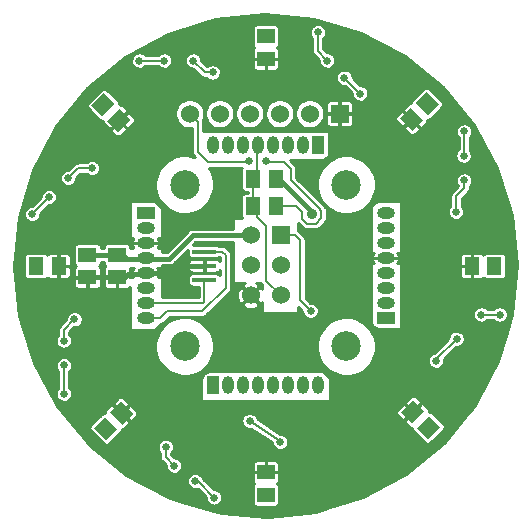
<source format=gbl>
G04 (created by PCBNEW (2013-09-20 BZR 4325)-product) date Sun 22 Sep 2013 12:32:21 PM CEST*
%MOIN*%
G04 Gerber Fmt 3.4, Leading zero omitted, Abs format*
%FSLAX34Y34*%
G01*
G70*
G90*
G04 APERTURE LIST*
%ADD10C,0.005906*%
%ADD11C,0.098425*%
%ADD12R,0.060000X0.060000*%
%ADD13C,0.060000*%
%ADD14R,0.051100X0.059000*%
%ADD15R,0.059000X0.051100*%
%ADD16R,0.059055X0.039370*%
%ADD17O,0.059055X0.039370*%
%ADD18R,0.039370X0.059055*%
%ADD19O,0.039370X0.059055*%
%ADD20R,0.078700X0.015700*%
%ADD21C,0.025000*%
%ADD22C,0.035000*%
%ADD23C,0.008000*%
%ADD24C,0.016000*%
%ADD25C,0.009843*%
G04 APERTURE END LIST*
G54D10*
G54D11*
X30050Y-30550D03*
X30050Y-25156D03*
X35443Y-25156D03*
X35443Y-30550D03*
G54D12*
X33250Y-26850D03*
G54D13*
X32250Y-26850D03*
X33250Y-27850D03*
X32250Y-27850D03*
X33250Y-28850D03*
X32250Y-28850D03*
G54D12*
X35216Y-22795D03*
G54D13*
X34216Y-22795D03*
X33216Y-22795D03*
X32216Y-22795D03*
X31216Y-22795D03*
X30216Y-22795D03*
G54D14*
X25098Y-27874D03*
X25846Y-27874D03*
G54D10*
G36*
X27440Y-33685D02*
X27023Y-33268D01*
X27384Y-32906D01*
X27801Y-33323D01*
X27440Y-33685D01*
X27440Y-33685D01*
G37*
G36*
X27969Y-33156D02*
X27552Y-32739D01*
X27913Y-32377D01*
X28330Y-32794D01*
X27969Y-33156D01*
X27969Y-33156D01*
G37*
G36*
X38567Y-33228D02*
X38149Y-33645D01*
X37788Y-33284D01*
X38205Y-32867D01*
X38567Y-33228D01*
X38567Y-33228D01*
G37*
G36*
X38038Y-32699D02*
X37620Y-33116D01*
X37259Y-32755D01*
X37676Y-32338D01*
X38038Y-32699D01*
X38038Y-32699D01*
G37*
G54D15*
X27795Y-27500D03*
X27795Y-28248D03*
X26811Y-27500D03*
X26811Y-28248D03*
G54D14*
X32342Y-25866D03*
X33090Y-25866D03*
G54D15*
X32755Y-35492D03*
X32755Y-34744D03*
G54D14*
X40374Y-27874D03*
X39626Y-27874D03*
G54D10*
G36*
X38110Y-22062D02*
X38527Y-22480D01*
X38166Y-22841D01*
X37749Y-22424D01*
X38110Y-22062D01*
X38110Y-22062D01*
G37*
G36*
X37581Y-22591D02*
X37998Y-23008D01*
X37637Y-23370D01*
X37220Y-22953D01*
X37581Y-22591D01*
X37581Y-22591D01*
G37*
G54D15*
X32755Y-20216D03*
X32755Y-20964D03*
G54D10*
G36*
X26944Y-22519D02*
X27361Y-22102D01*
X27723Y-22463D01*
X27306Y-22880D01*
X26944Y-22519D01*
X26944Y-22519D01*
G37*
G36*
X27473Y-23048D02*
X27890Y-22631D01*
X28252Y-22992D01*
X27834Y-23409D01*
X27473Y-23048D01*
X27473Y-23048D01*
G37*
G54D14*
X32342Y-24960D03*
X33090Y-24960D03*
G54D16*
X36746Y-29603D03*
G54D17*
X36746Y-29103D03*
X36746Y-28603D03*
X36746Y-28103D03*
X36746Y-27603D03*
X36746Y-27103D03*
X36746Y-26603D03*
X36746Y-26103D03*
G54D18*
X30996Y-31853D03*
G54D19*
X31496Y-31853D03*
X31996Y-31853D03*
X32496Y-31853D03*
X32996Y-31853D03*
X33496Y-31853D03*
X33996Y-31853D03*
X34496Y-31853D03*
G54D18*
X34496Y-23853D03*
G54D19*
X33996Y-23853D03*
X33496Y-23853D03*
X32996Y-23853D03*
X32496Y-23853D03*
X31996Y-23853D03*
X31496Y-23853D03*
X30996Y-23853D03*
G54D16*
X28746Y-26103D03*
G54D17*
X28746Y-26603D03*
X28746Y-27103D03*
X28746Y-27603D03*
X28746Y-28103D03*
X28746Y-28603D03*
X28746Y-29103D03*
X28746Y-29603D03*
G54D20*
X30703Y-28333D03*
X30703Y-27861D03*
X30703Y-27389D03*
G54D21*
X32215Y-33030D03*
X33238Y-33738D03*
X32758Y-24376D03*
X32211Y-24372D03*
X34251Y-29370D03*
X32362Y-24921D03*
G54D22*
X33694Y-35749D03*
X27858Y-34127D03*
X24850Y-28794D03*
X31805Y-19950D03*
X37641Y-21622D03*
X40649Y-26905D03*
X38977Y-32791D03*
X26467Y-22951D03*
G54D21*
X26023Y-30354D03*
X26023Y-31181D03*
X26377Y-29645D03*
X26023Y-32125D03*
X29420Y-33896D03*
X29695Y-34526D03*
X30404Y-35038D03*
X31034Y-35589D03*
X30984Y-21417D03*
X30334Y-21023D03*
X29370Y-21023D03*
X28543Y-21023D03*
X40551Y-29488D03*
X39940Y-29488D03*
X39114Y-30295D03*
X38425Y-31023D03*
X39370Y-23385D03*
X39350Y-24192D03*
X39370Y-25019D03*
X39094Y-26062D03*
X26161Y-24940D03*
X25531Y-25570D03*
X24960Y-26141D03*
X26968Y-24606D03*
X34803Y-21023D03*
X35374Y-21594D03*
X35905Y-22125D03*
X34488Y-20078D03*
G54D22*
X32755Y-20216D03*
X34286Y-26148D03*
X27412Y-33295D03*
X25098Y-27874D03*
X27333Y-22491D03*
X38138Y-22452D03*
X32755Y-35492D03*
X38177Y-33256D03*
X40374Y-27874D03*
G54D23*
X32215Y-33030D02*
X33238Y-33699D01*
X33238Y-33699D02*
X33238Y-33738D01*
X30826Y-24409D02*
X32174Y-24409D01*
X33090Y-25866D02*
X33779Y-25866D01*
X33972Y-26059D02*
X33779Y-25866D01*
X33972Y-26299D02*
X33972Y-26059D01*
X34133Y-26460D02*
X33972Y-26299D01*
X34417Y-26460D02*
X34133Y-26460D01*
X34606Y-26271D02*
X34417Y-26460D01*
X34606Y-26023D02*
X34606Y-26271D01*
X30480Y-24062D02*
X30826Y-24409D01*
X30216Y-22814D02*
X30480Y-23078D01*
X30480Y-23078D02*
X30480Y-24062D01*
X30216Y-22814D02*
X30216Y-22795D01*
X34523Y-25940D02*
X33582Y-24999D01*
X33582Y-24999D02*
X33582Y-24645D01*
X33582Y-24645D02*
X33346Y-24409D01*
X34523Y-25940D02*
X34606Y-26023D01*
X34523Y-25940D02*
X34523Y-25940D01*
X32791Y-24409D02*
X33346Y-24409D01*
X32758Y-24376D02*
X32791Y-24409D01*
X32174Y-24409D02*
X32211Y-24372D01*
X33250Y-26850D02*
X33739Y-26850D01*
X33897Y-29015D02*
X34251Y-29370D01*
X33897Y-27007D02*
X33897Y-29015D01*
X33739Y-26850D02*
X33897Y-27007D01*
X32342Y-25866D02*
X32342Y-24960D01*
X32466Y-26246D02*
X32466Y-25990D01*
X32466Y-26246D02*
X32755Y-26535D01*
X32755Y-26535D02*
X32755Y-28355D01*
X33250Y-28850D02*
X32755Y-28355D01*
X32466Y-25990D02*
X32342Y-25866D01*
X32474Y-23901D02*
X32474Y-24828D01*
X32474Y-24828D02*
X32342Y-24960D01*
X30703Y-28333D02*
X30703Y-29065D01*
X30666Y-29103D02*
X28746Y-29103D01*
X30703Y-29065D02*
X30666Y-29103D01*
X30703Y-27389D02*
X31310Y-27389D01*
X29244Y-29603D02*
X28746Y-29603D01*
X29475Y-29372D02*
X29244Y-29603D01*
X30644Y-29372D02*
X29475Y-29372D01*
X31416Y-28601D02*
X30644Y-29372D01*
X31416Y-27494D02*
X31416Y-28601D01*
X31310Y-27389D02*
X31416Y-27494D01*
G54D24*
X30703Y-27861D02*
X29861Y-27861D01*
X29618Y-28103D02*
X28746Y-28103D01*
X29861Y-27861D02*
X29618Y-28103D01*
X33672Y-35746D02*
X33692Y-35746D01*
X33692Y-35746D02*
X33694Y-35749D01*
X27845Y-34132D02*
X27853Y-34132D01*
X27853Y-34132D02*
X27858Y-34127D01*
X24853Y-28817D02*
X24853Y-28797D01*
X24853Y-28797D02*
X24850Y-28794D01*
X31821Y-19959D02*
X31814Y-19959D01*
X31814Y-19959D02*
X31805Y-19950D01*
X37609Y-21612D02*
X37631Y-21612D01*
X37631Y-21612D02*
X37641Y-21622D01*
X40640Y-26888D02*
X40640Y-26896D01*
X40640Y-26896D02*
X40649Y-26905D01*
X38987Y-32794D02*
X38980Y-32794D01*
X38980Y-32794D02*
X38977Y-32791D01*
X28175Y-28124D02*
X28779Y-28124D01*
X27795Y-28248D02*
X28051Y-28248D01*
X28051Y-28248D02*
X28175Y-28124D01*
X26811Y-28248D02*
X27795Y-28248D01*
G54D23*
X26023Y-32125D02*
X26023Y-31181D01*
X26023Y-30000D02*
X26023Y-30354D01*
X26377Y-29645D02*
X26023Y-30000D01*
X29420Y-34250D02*
X29420Y-33896D01*
X29695Y-34526D02*
X29420Y-34250D01*
X30483Y-35038D02*
X30404Y-35038D01*
X31034Y-35589D02*
X30483Y-35038D01*
X30728Y-21417D02*
X30984Y-21417D01*
X30334Y-21023D02*
X30728Y-21417D01*
X28543Y-21023D02*
X29370Y-21023D01*
X38425Y-31023D02*
X38425Y-30984D01*
X40551Y-29488D02*
X39940Y-29488D01*
X38425Y-30984D02*
X39114Y-30295D01*
X39370Y-23385D02*
X39370Y-24173D01*
X39370Y-24173D02*
X39350Y-24192D01*
X39370Y-25019D02*
X39370Y-25275D01*
X39094Y-25551D02*
X39094Y-26062D01*
X39370Y-25275D02*
X39094Y-25551D01*
X24960Y-26141D02*
X25531Y-25570D01*
X26161Y-24940D02*
X26496Y-24606D01*
X26496Y-24606D02*
X26968Y-24606D01*
X35905Y-22125D02*
X35374Y-21594D01*
X34488Y-20078D02*
X34488Y-20708D01*
X34488Y-20708D02*
X34803Y-21023D01*
G54D24*
X28135Y-27624D02*
X28779Y-27624D01*
X29541Y-27624D02*
X28779Y-27624D01*
X30315Y-26850D02*
X29541Y-27624D01*
X33090Y-24960D02*
X33188Y-24960D01*
X34288Y-26060D02*
X34286Y-26148D01*
X33188Y-24960D02*
X34288Y-26060D01*
X27795Y-27500D02*
X28011Y-27500D01*
X28011Y-27500D02*
X28135Y-27624D01*
X26811Y-27500D02*
X27795Y-27500D01*
X32250Y-26850D02*
X30315Y-26850D01*
G54D10*
G36*
X31228Y-28186D02*
X31227Y-28184D01*
X31211Y-28160D01*
X31191Y-28139D01*
X31166Y-28123D01*
X31140Y-28112D01*
X31111Y-28106D01*
X31082Y-28106D01*
X30693Y-28106D01*
X30693Y-28050D01*
X30693Y-27870D01*
X30693Y-27851D01*
X30693Y-27671D01*
X30656Y-27634D01*
X30324Y-27634D01*
X30295Y-27634D01*
X30266Y-27640D01*
X30240Y-27651D01*
X30215Y-27667D01*
X30195Y-27688D01*
X30179Y-27712D01*
X30168Y-27739D01*
X30162Y-27767D01*
X30162Y-27814D01*
X30199Y-27851D01*
X30693Y-27851D01*
X30693Y-27870D01*
X30199Y-27870D01*
X30162Y-27907D01*
X30162Y-27954D01*
X30168Y-27982D01*
X30179Y-28009D01*
X30195Y-28033D01*
X30215Y-28054D01*
X30240Y-28070D01*
X30266Y-28081D01*
X30295Y-28087D01*
X30324Y-28087D01*
X30656Y-28087D01*
X30693Y-28050D01*
X30693Y-28106D01*
X30295Y-28106D01*
X30266Y-28112D01*
X30240Y-28123D01*
X30215Y-28139D01*
X30195Y-28160D01*
X30179Y-28184D01*
X30168Y-28211D01*
X30162Y-28239D01*
X30162Y-28269D01*
X30162Y-28426D01*
X30168Y-28454D01*
X30179Y-28481D01*
X30195Y-28505D01*
X30215Y-28526D01*
X30240Y-28542D01*
X30266Y-28553D01*
X30295Y-28559D01*
X30324Y-28559D01*
X30515Y-28559D01*
X30515Y-28915D01*
X29282Y-28915D01*
X29282Y-28857D01*
X29282Y-28246D01*
X29156Y-28246D01*
X29167Y-28225D01*
X29183Y-28166D01*
X29152Y-28112D01*
X28756Y-28112D01*
X28756Y-28120D01*
X28737Y-28120D01*
X28737Y-28112D01*
X28341Y-28112D01*
X28309Y-28166D01*
X28326Y-28225D01*
X28336Y-28246D01*
X28237Y-28246D01*
X28237Y-28238D01*
X28201Y-28238D01*
X28237Y-28201D01*
X28237Y-27977D01*
X28232Y-27949D01*
X28224Y-27931D01*
X28350Y-27931D01*
X28326Y-27980D01*
X28309Y-28039D01*
X28341Y-28093D01*
X28737Y-28093D01*
X28737Y-28085D01*
X28756Y-28085D01*
X28756Y-28093D01*
X29152Y-28093D01*
X29183Y-28039D01*
X29167Y-27980D01*
X29143Y-27931D01*
X29282Y-27931D01*
X29282Y-27851D01*
X29541Y-27851D01*
X29562Y-27849D01*
X29583Y-27847D01*
X29584Y-27847D01*
X29585Y-27847D01*
X29605Y-27841D01*
X29625Y-27835D01*
X29626Y-27834D01*
X29628Y-27834D01*
X29646Y-27824D01*
X29665Y-27814D01*
X29666Y-27814D01*
X29667Y-27813D01*
X29683Y-27800D01*
X29700Y-27787D01*
X29701Y-27785D01*
X29701Y-27785D01*
X29701Y-27785D01*
X29702Y-27784D01*
X30162Y-27324D01*
X30162Y-27325D01*
X30162Y-27482D01*
X30168Y-27510D01*
X30179Y-27537D01*
X30195Y-27561D01*
X30215Y-27582D01*
X30240Y-27598D01*
X30266Y-27609D01*
X30295Y-27615D01*
X30324Y-27615D01*
X31111Y-27615D01*
X31140Y-27609D01*
X31166Y-27598D01*
X31191Y-27582D01*
X31196Y-27576D01*
X31228Y-27576D01*
X31228Y-27714D01*
X31227Y-27712D01*
X31211Y-27688D01*
X31191Y-27667D01*
X31166Y-27651D01*
X31140Y-27640D01*
X31111Y-27634D01*
X31082Y-27634D01*
X30750Y-27634D01*
X30713Y-27671D01*
X30713Y-27851D01*
X30721Y-27851D01*
X30721Y-27870D01*
X30713Y-27870D01*
X30713Y-28050D01*
X30750Y-28087D01*
X31082Y-28087D01*
X31111Y-28087D01*
X31140Y-28081D01*
X31166Y-28070D01*
X31191Y-28054D01*
X31211Y-28033D01*
X31227Y-28009D01*
X31228Y-28007D01*
X31228Y-28186D01*
X31228Y-28186D01*
G37*
G54D25*
X31228Y-28186D02*
X31227Y-28184D01*
X31211Y-28160D01*
X31191Y-28139D01*
X31166Y-28123D01*
X31140Y-28112D01*
X31111Y-28106D01*
X31082Y-28106D01*
X30693Y-28106D01*
X30693Y-28050D01*
X30693Y-27870D01*
X30693Y-27851D01*
X30693Y-27671D01*
X30656Y-27634D01*
X30324Y-27634D01*
X30295Y-27634D01*
X30266Y-27640D01*
X30240Y-27651D01*
X30215Y-27667D01*
X30195Y-27688D01*
X30179Y-27712D01*
X30168Y-27739D01*
X30162Y-27767D01*
X30162Y-27814D01*
X30199Y-27851D01*
X30693Y-27851D01*
X30693Y-27870D01*
X30199Y-27870D01*
X30162Y-27907D01*
X30162Y-27954D01*
X30168Y-27982D01*
X30179Y-28009D01*
X30195Y-28033D01*
X30215Y-28054D01*
X30240Y-28070D01*
X30266Y-28081D01*
X30295Y-28087D01*
X30324Y-28087D01*
X30656Y-28087D01*
X30693Y-28050D01*
X30693Y-28106D01*
X30295Y-28106D01*
X30266Y-28112D01*
X30240Y-28123D01*
X30215Y-28139D01*
X30195Y-28160D01*
X30179Y-28184D01*
X30168Y-28211D01*
X30162Y-28239D01*
X30162Y-28269D01*
X30162Y-28426D01*
X30168Y-28454D01*
X30179Y-28481D01*
X30195Y-28505D01*
X30215Y-28526D01*
X30240Y-28542D01*
X30266Y-28553D01*
X30295Y-28559D01*
X30324Y-28559D01*
X30515Y-28559D01*
X30515Y-28915D01*
X29282Y-28915D01*
X29282Y-28857D01*
X29282Y-28246D01*
X29156Y-28246D01*
X29167Y-28225D01*
X29183Y-28166D01*
X29152Y-28112D01*
X28756Y-28112D01*
X28756Y-28120D01*
X28737Y-28120D01*
X28737Y-28112D01*
X28341Y-28112D01*
X28309Y-28166D01*
X28326Y-28225D01*
X28336Y-28246D01*
X28237Y-28246D01*
X28237Y-28238D01*
X28201Y-28238D01*
X28237Y-28201D01*
X28237Y-27977D01*
X28232Y-27949D01*
X28224Y-27931D01*
X28350Y-27931D01*
X28326Y-27980D01*
X28309Y-28039D01*
X28341Y-28093D01*
X28737Y-28093D01*
X28737Y-28085D01*
X28756Y-28085D01*
X28756Y-28093D01*
X29152Y-28093D01*
X29183Y-28039D01*
X29167Y-27980D01*
X29143Y-27931D01*
X29282Y-27931D01*
X29282Y-27851D01*
X29541Y-27851D01*
X29562Y-27849D01*
X29583Y-27847D01*
X29584Y-27847D01*
X29585Y-27847D01*
X29605Y-27841D01*
X29625Y-27835D01*
X29626Y-27834D01*
X29628Y-27834D01*
X29646Y-27824D01*
X29665Y-27814D01*
X29666Y-27814D01*
X29667Y-27813D01*
X29683Y-27800D01*
X29700Y-27787D01*
X29701Y-27785D01*
X29701Y-27785D01*
X29701Y-27785D01*
X29702Y-27784D01*
X30162Y-27324D01*
X30162Y-27325D01*
X30162Y-27482D01*
X30168Y-27510D01*
X30179Y-27537D01*
X30195Y-27561D01*
X30215Y-27582D01*
X30240Y-27598D01*
X30266Y-27609D01*
X30295Y-27615D01*
X30324Y-27615D01*
X31111Y-27615D01*
X31140Y-27609D01*
X31166Y-27598D01*
X31191Y-27582D01*
X31196Y-27576D01*
X31228Y-27576D01*
X31228Y-27714D01*
X31227Y-27712D01*
X31211Y-27688D01*
X31191Y-27667D01*
X31166Y-27651D01*
X31140Y-27640D01*
X31111Y-27634D01*
X31082Y-27634D01*
X30750Y-27634D01*
X30713Y-27671D01*
X30713Y-27851D01*
X30721Y-27851D01*
X30721Y-27870D01*
X30713Y-27870D01*
X30713Y-28050D01*
X30750Y-28087D01*
X31082Y-28087D01*
X31111Y-28087D01*
X31140Y-28081D01*
X31166Y-28070D01*
X31191Y-28054D01*
X31211Y-28033D01*
X31227Y-28009D01*
X31228Y-28007D01*
X31228Y-28186D01*
G54D10*
G36*
X41132Y-27842D02*
X40972Y-29478D01*
X40823Y-29969D01*
X40823Y-29461D01*
X40813Y-29409D01*
X40793Y-29359D01*
X40777Y-29335D01*
X40777Y-28183D01*
X40777Y-28154D01*
X40777Y-27564D01*
X40771Y-27535D01*
X40760Y-27509D01*
X40744Y-27484D01*
X40723Y-27464D01*
X40699Y-27448D01*
X40672Y-27437D01*
X40644Y-27431D01*
X40614Y-27431D01*
X40103Y-27431D01*
X40075Y-27437D01*
X40048Y-27448D01*
X40024Y-27464D01*
X40003Y-27484D01*
X40000Y-27490D01*
X39996Y-27484D01*
X39975Y-27464D01*
X39951Y-27448D01*
X39924Y-27437D01*
X39896Y-27431D01*
X39672Y-27431D01*
X39642Y-27461D01*
X39642Y-24992D01*
X39642Y-23359D01*
X39632Y-23306D01*
X39611Y-23257D01*
X39582Y-23212D01*
X39544Y-23174D01*
X39500Y-23144D01*
X39451Y-23124D01*
X39398Y-23113D01*
X39345Y-23112D01*
X39292Y-23123D01*
X39243Y-23143D01*
X39198Y-23172D01*
X39160Y-23209D01*
X39130Y-23253D01*
X39108Y-23302D01*
X39097Y-23355D01*
X39097Y-23408D01*
X39106Y-23461D01*
X39126Y-23511D01*
X39155Y-23555D01*
X39182Y-23584D01*
X39182Y-23976D01*
X39178Y-23979D01*
X39140Y-24016D01*
X39110Y-24060D01*
X39089Y-24110D01*
X39078Y-24162D01*
X39077Y-24215D01*
X39087Y-24268D01*
X39106Y-24318D01*
X39135Y-24363D01*
X39172Y-24401D01*
X39216Y-24432D01*
X39265Y-24453D01*
X39317Y-24464D01*
X39371Y-24466D01*
X39424Y-24456D01*
X39473Y-24437D01*
X39519Y-24408D01*
X39557Y-24371D01*
X39588Y-24328D01*
X39610Y-24279D01*
X39622Y-24227D01*
X39623Y-24166D01*
X39612Y-24113D01*
X39592Y-24064D01*
X39562Y-24019D01*
X39557Y-24014D01*
X39557Y-23583D01*
X39577Y-23564D01*
X39608Y-23521D01*
X39630Y-23472D01*
X39641Y-23420D01*
X39642Y-23359D01*
X39642Y-24992D01*
X39632Y-24940D01*
X39611Y-24891D01*
X39582Y-24846D01*
X39544Y-24808D01*
X39500Y-24778D01*
X39451Y-24757D01*
X39398Y-24747D01*
X39345Y-24746D01*
X39292Y-24756D01*
X39243Y-24776D01*
X39198Y-24806D01*
X39160Y-24843D01*
X39130Y-24887D01*
X39108Y-24936D01*
X39097Y-24989D01*
X39097Y-25042D01*
X39106Y-25095D01*
X39126Y-25144D01*
X39155Y-25189D01*
X39172Y-25207D01*
X38961Y-25418D01*
X38950Y-25431D01*
X38939Y-25445D01*
X38939Y-25446D01*
X38938Y-25446D01*
X38930Y-25462D01*
X38922Y-25477D01*
X38921Y-25478D01*
X38921Y-25479D01*
X38916Y-25495D01*
X38910Y-25512D01*
X38910Y-25513D01*
X38910Y-25514D01*
X38908Y-25531D01*
X38906Y-25548D01*
X38906Y-25550D01*
X38906Y-25550D01*
X38906Y-25550D01*
X38906Y-25551D01*
X38906Y-25865D01*
X38884Y-25886D01*
X38854Y-25931D01*
X38833Y-25980D01*
X38822Y-26032D01*
X38821Y-26085D01*
X38831Y-26138D01*
X38850Y-26188D01*
X38879Y-26233D01*
X38916Y-26271D01*
X38960Y-26302D01*
X39009Y-26323D01*
X39062Y-26335D01*
X39115Y-26336D01*
X39168Y-26326D01*
X39218Y-26307D01*
X39263Y-26278D01*
X39301Y-26242D01*
X39332Y-26198D01*
X39354Y-26149D01*
X39366Y-26097D01*
X39367Y-26036D01*
X39356Y-25983D01*
X39336Y-25934D01*
X39306Y-25889D01*
X39282Y-25865D01*
X39282Y-25628D01*
X39502Y-25408D01*
X39513Y-25394D01*
X39524Y-25381D01*
X39525Y-25380D01*
X39526Y-25379D01*
X39534Y-25364D01*
X39542Y-25349D01*
X39542Y-25348D01*
X39543Y-25347D01*
X39548Y-25331D01*
X39553Y-25314D01*
X39553Y-25313D01*
X39554Y-25312D01*
X39555Y-25295D01*
X39557Y-25278D01*
X39557Y-25276D01*
X39557Y-25276D01*
X39557Y-25276D01*
X39557Y-25275D01*
X39557Y-25217D01*
X39577Y-25198D01*
X39608Y-25155D01*
X39630Y-25106D01*
X39641Y-25054D01*
X39642Y-24992D01*
X39642Y-27461D01*
X39635Y-27468D01*
X39635Y-27864D01*
X39643Y-27864D01*
X39643Y-27883D01*
X39635Y-27883D01*
X39635Y-28279D01*
X39672Y-28316D01*
X39896Y-28316D01*
X39924Y-28310D01*
X39951Y-28299D01*
X39975Y-28283D01*
X39996Y-28263D01*
X39999Y-28257D01*
X40003Y-28263D01*
X40024Y-28283D01*
X40048Y-28299D01*
X40075Y-28310D01*
X40103Y-28316D01*
X40133Y-28316D01*
X40644Y-28316D01*
X40672Y-28310D01*
X40699Y-28299D01*
X40723Y-28283D01*
X40744Y-28263D01*
X40760Y-28238D01*
X40771Y-28212D01*
X40777Y-28183D01*
X40777Y-29335D01*
X40763Y-29315D01*
X40725Y-29277D01*
X40681Y-29247D01*
X40632Y-29226D01*
X40579Y-29215D01*
X40526Y-29215D01*
X40473Y-29225D01*
X40424Y-29245D01*
X40379Y-29274D01*
X40353Y-29300D01*
X40138Y-29300D01*
X40115Y-29277D01*
X40071Y-29247D01*
X40021Y-29226D01*
X39969Y-29215D01*
X39916Y-29215D01*
X39863Y-29225D01*
X39814Y-29245D01*
X39769Y-29274D01*
X39731Y-29312D01*
X39700Y-29356D01*
X39679Y-29405D01*
X39668Y-29457D01*
X39667Y-29511D01*
X39677Y-29563D01*
X39697Y-29613D01*
X39726Y-29658D01*
X39763Y-29696D01*
X39807Y-29727D01*
X39856Y-29748D01*
X39908Y-29760D01*
X39961Y-29761D01*
X40014Y-29752D01*
X40064Y-29732D01*
X40109Y-29704D01*
X40139Y-29675D01*
X40353Y-29675D01*
X40373Y-29696D01*
X40417Y-29727D01*
X40466Y-29748D01*
X40518Y-29760D01*
X40572Y-29761D01*
X40624Y-29752D01*
X40674Y-29732D01*
X40719Y-29704D01*
X40758Y-29667D01*
X40789Y-29623D01*
X40811Y-29574D01*
X40822Y-29522D01*
X40823Y-29461D01*
X40823Y-29969D01*
X40499Y-31044D01*
X39731Y-32488D01*
X39616Y-32629D01*
X39616Y-28279D01*
X39616Y-27883D01*
X39616Y-27864D01*
X39616Y-27468D01*
X39579Y-27431D01*
X39355Y-27431D01*
X39327Y-27437D01*
X39300Y-27448D01*
X39276Y-27464D01*
X39255Y-27484D01*
X39239Y-27509D01*
X39228Y-27535D01*
X39222Y-27564D01*
X39222Y-27593D01*
X39222Y-27827D01*
X39259Y-27864D01*
X39616Y-27864D01*
X39616Y-27883D01*
X39259Y-27883D01*
X39222Y-27920D01*
X39222Y-28154D01*
X39222Y-28183D01*
X39228Y-28212D01*
X39239Y-28238D01*
X39255Y-28263D01*
X39276Y-28283D01*
X39300Y-28299D01*
X39327Y-28310D01*
X39355Y-28316D01*
X39579Y-28316D01*
X39616Y-28279D01*
X39616Y-32629D01*
X39386Y-32911D01*
X39386Y-30268D01*
X39376Y-30216D01*
X39356Y-30166D01*
X39326Y-30122D01*
X39288Y-30084D01*
X39244Y-30054D01*
X39195Y-30033D01*
X39142Y-30022D01*
X39089Y-30022D01*
X39036Y-30032D01*
X38987Y-30052D01*
X38942Y-30081D01*
X38904Y-30119D01*
X38874Y-30163D01*
X38853Y-30212D01*
X38841Y-30264D01*
X38841Y-30302D01*
X38675Y-30468D01*
X38675Y-22494D01*
X38675Y-22465D01*
X38669Y-22436D01*
X38658Y-22410D01*
X38642Y-22385D01*
X38621Y-22365D01*
X38204Y-21948D01*
X38180Y-21931D01*
X38153Y-21920D01*
X38125Y-21915D01*
X38096Y-21915D01*
X38067Y-21920D01*
X38040Y-21931D01*
X38016Y-21948D01*
X37995Y-21968D01*
X37634Y-22330D01*
X37618Y-22354D01*
X37607Y-22381D01*
X37601Y-22409D01*
X37601Y-22438D01*
X37602Y-22445D01*
X37596Y-22444D01*
X37567Y-22444D01*
X37538Y-22449D01*
X37511Y-22460D01*
X37487Y-22477D01*
X37329Y-22634D01*
X37329Y-22687D01*
X37609Y-22967D01*
X37615Y-22961D01*
X37629Y-22975D01*
X37623Y-22980D01*
X37903Y-23260D01*
X37955Y-23260D01*
X38113Y-23103D01*
X38129Y-23078D01*
X38140Y-23051D01*
X38146Y-23023D01*
X38146Y-22994D01*
X38145Y-22987D01*
X38151Y-22988D01*
X38180Y-22988D01*
X38209Y-22983D01*
X38236Y-22972D01*
X38260Y-22956D01*
X38281Y-22935D01*
X38642Y-22574D01*
X38658Y-22549D01*
X38669Y-22523D01*
X38675Y-22494D01*
X38675Y-30468D01*
X38391Y-30752D01*
X38347Y-30760D01*
X38298Y-30780D01*
X38253Y-30810D01*
X38215Y-30847D01*
X38185Y-30891D01*
X38164Y-30940D01*
X38152Y-30993D01*
X38152Y-31046D01*
X38161Y-31099D01*
X38181Y-31148D01*
X38210Y-31193D01*
X38247Y-31232D01*
X38291Y-31262D01*
X38340Y-31284D01*
X38392Y-31295D01*
X38446Y-31296D01*
X38498Y-31287D01*
X38548Y-31268D01*
X38593Y-31239D01*
X38632Y-31202D01*
X38663Y-31158D01*
X38685Y-31110D01*
X38696Y-31057D01*
X38697Y-30996D01*
X38694Y-30980D01*
X39106Y-30567D01*
X39135Y-30568D01*
X39187Y-30559D01*
X39237Y-30539D01*
X39282Y-30511D01*
X39321Y-30474D01*
X39352Y-30430D01*
X39374Y-30381D01*
X39385Y-30329D01*
X39386Y-30268D01*
X39386Y-32911D01*
X38714Y-33735D01*
X38714Y-33243D01*
X38714Y-33214D01*
X38709Y-33185D01*
X38697Y-33158D01*
X38681Y-33134D01*
X38661Y-33113D01*
X38299Y-32752D01*
X38275Y-32736D01*
X38248Y-32725D01*
X38220Y-32719D01*
X38191Y-32719D01*
X38184Y-32721D01*
X38185Y-32714D01*
X38185Y-32685D01*
X38180Y-32656D01*
X38169Y-32629D01*
X38152Y-32605D01*
X37994Y-32447D01*
X37942Y-32447D01*
X37928Y-32461D01*
X37928Y-32433D01*
X37928Y-32381D01*
X37889Y-32342D01*
X37889Y-23327D01*
X37889Y-23274D01*
X37609Y-22994D01*
X37595Y-23008D01*
X37595Y-22980D01*
X37315Y-22701D01*
X37263Y-22701D01*
X37105Y-22858D01*
X37089Y-22883D01*
X37078Y-22909D01*
X37072Y-22938D01*
X37072Y-22967D01*
X37078Y-22996D01*
X37089Y-23022D01*
X37105Y-23047D01*
X37126Y-23067D01*
X37291Y-23232D01*
X37343Y-23232D01*
X37595Y-22980D01*
X37595Y-23008D01*
X37357Y-23246D01*
X37357Y-23299D01*
X37522Y-23464D01*
X37543Y-23484D01*
X37567Y-23501D01*
X37594Y-23512D01*
X37622Y-23517D01*
X37652Y-23517D01*
X37680Y-23512D01*
X37707Y-23501D01*
X37731Y-23484D01*
X37889Y-23327D01*
X37889Y-32342D01*
X37770Y-32223D01*
X37746Y-32207D01*
X37719Y-32196D01*
X37691Y-32190D01*
X37662Y-32190D01*
X37633Y-32196D01*
X37606Y-32207D01*
X37582Y-32223D01*
X37562Y-32244D01*
X37396Y-32409D01*
X37396Y-32461D01*
X37648Y-32713D01*
X37928Y-32433D01*
X37928Y-32461D01*
X37662Y-32727D01*
X37668Y-32733D01*
X37654Y-32747D01*
X37648Y-32741D01*
X37635Y-32755D01*
X37635Y-32727D01*
X37383Y-32475D01*
X37330Y-32475D01*
X37274Y-32532D01*
X37274Y-29979D01*
X37274Y-29329D01*
X37274Y-28857D01*
X37274Y-27774D01*
X37274Y-27420D01*
X37274Y-25687D01*
X36473Y-25687D01*
X36418Y-25729D01*
X36418Y-25060D01*
X36381Y-24873D01*
X36308Y-24696D01*
X36202Y-24537D01*
X36178Y-24512D01*
X36178Y-22099D01*
X36167Y-22046D01*
X36147Y-21997D01*
X36117Y-21952D01*
X36080Y-21914D01*
X36035Y-21884D01*
X35986Y-21864D01*
X35934Y-21853D01*
X35898Y-21853D01*
X35646Y-21601D01*
X35646Y-21567D01*
X35636Y-21515D01*
X35615Y-21465D01*
X35586Y-21421D01*
X35548Y-21383D01*
X35504Y-21353D01*
X35455Y-21332D01*
X35402Y-21322D01*
X35349Y-21321D01*
X35296Y-21331D01*
X35247Y-21351D01*
X35202Y-21380D01*
X35164Y-21418D01*
X35133Y-21462D01*
X35112Y-21511D01*
X35101Y-21563D01*
X35101Y-21617D01*
X35110Y-21670D01*
X35130Y-21719D01*
X35159Y-21764D01*
X35196Y-21803D01*
X35240Y-21833D01*
X35289Y-21855D01*
X35341Y-21866D01*
X35381Y-21867D01*
X35632Y-22118D01*
X35632Y-22148D01*
X35642Y-22201D01*
X35661Y-22251D01*
X35690Y-22296D01*
X35727Y-22334D01*
X35771Y-22365D01*
X35820Y-22386D01*
X35873Y-22398D01*
X35926Y-22399D01*
X35979Y-22389D01*
X36029Y-22370D01*
X36074Y-22341D01*
X36112Y-22304D01*
X36143Y-22261D01*
X36165Y-22212D01*
X36177Y-22160D01*
X36178Y-22099D01*
X36178Y-24512D01*
X36067Y-24401D01*
X35909Y-24295D01*
X35733Y-24220D01*
X35664Y-24206D01*
X35664Y-23109D01*
X35664Y-23080D01*
X35664Y-22842D01*
X35664Y-22748D01*
X35664Y-22509D01*
X35664Y-22480D01*
X35658Y-22452D01*
X35647Y-22425D01*
X35631Y-22401D01*
X35610Y-22380D01*
X35586Y-22364D01*
X35559Y-22353D01*
X35531Y-22347D01*
X35263Y-22347D01*
X35226Y-22384D01*
X35226Y-22785D01*
X35627Y-22785D01*
X35664Y-22748D01*
X35664Y-22842D01*
X35627Y-22805D01*
X35226Y-22805D01*
X35226Y-23206D01*
X35263Y-23242D01*
X35531Y-23242D01*
X35559Y-23237D01*
X35586Y-23226D01*
X35610Y-23209D01*
X35631Y-23189D01*
X35647Y-23165D01*
X35658Y-23138D01*
X35664Y-23109D01*
X35664Y-24206D01*
X35546Y-24182D01*
X35354Y-24181D01*
X35206Y-24209D01*
X35206Y-23206D01*
X35206Y-22805D01*
X35206Y-22785D01*
X35206Y-22384D01*
X35169Y-22347D01*
X35075Y-22347D01*
X35075Y-20996D01*
X35065Y-20944D01*
X35045Y-20895D01*
X35015Y-20850D01*
X34977Y-20812D01*
X34933Y-20782D01*
X34884Y-20761D01*
X34831Y-20751D01*
X34795Y-20750D01*
X34675Y-20630D01*
X34675Y-20276D01*
X34695Y-20257D01*
X34726Y-20214D01*
X34748Y-20165D01*
X34759Y-20113D01*
X34760Y-20052D01*
X34750Y-19999D01*
X34730Y-19950D01*
X34700Y-19905D01*
X34662Y-19867D01*
X34618Y-19837D01*
X34569Y-19817D01*
X34516Y-19806D01*
X34463Y-19805D01*
X34410Y-19815D01*
X34361Y-19835D01*
X34316Y-19865D01*
X34278Y-19902D01*
X34248Y-19946D01*
X34227Y-19995D01*
X34215Y-20048D01*
X34215Y-20101D01*
X34224Y-20154D01*
X34244Y-20203D01*
X34273Y-20248D01*
X34300Y-20276D01*
X34300Y-20708D01*
X34302Y-20725D01*
X34303Y-20743D01*
X34304Y-20744D01*
X34304Y-20745D01*
X34309Y-20761D01*
X34313Y-20778D01*
X34314Y-20779D01*
X34314Y-20780D01*
X34322Y-20795D01*
X34330Y-20810D01*
X34331Y-20811D01*
X34331Y-20812D01*
X34342Y-20825D01*
X34353Y-20839D01*
X34355Y-20840D01*
X34355Y-20840D01*
X34355Y-20840D01*
X34355Y-20841D01*
X34530Y-21016D01*
X34530Y-21046D01*
X34539Y-21099D01*
X34559Y-21148D01*
X34588Y-21193D01*
X34625Y-21232D01*
X34669Y-21262D01*
X34718Y-21284D01*
X34770Y-21295D01*
X34824Y-21296D01*
X34876Y-21287D01*
X34926Y-21268D01*
X34971Y-21239D01*
X35010Y-21202D01*
X35041Y-21158D01*
X35063Y-21110D01*
X35074Y-21057D01*
X35075Y-20996D01*
X35075Y-22347D01*
X34901Y-22347D01*
X34873Y-22353D01*
X34846Y-22364D01*
X34822Y-22380D01*
X34801Y-22401D01*
X34785Y-22425D01*
X34774Y-22452D01*
X34768Y-22480D01*
X34768Y-22509D01*
X34768Y-22748D01*
X34805Y-22785D01*
X35206Y-22785D01*
X35206Y-22805D01*
X34805Y-22805D01*
X34768Y-22842D01*
X34768Y-23080D01*
X34768Y-23109D01*
X34774Y-23138D01*
X34785Y-23165D01*
X34801Y-23189D01*
X34822Y-23209D01*
X34846Y-23226D01*
X34873Y-23237D01*
X34901Y-23242D01*
X35169Y-23242D01*
X35206Y-23206D01*
X35206Y-24209D01*
X35167Y-24217D01*
X34990Y-24288D01*
X34872Y-24365D01*
X34872Y-24173D01*
X34872Y-23364D01*
X34703Y-23364D01*
X34703Y-22747D01*
X34685Y-22653D01*
X34648Y-22565D01*
X34595Y-22485D01*
X34528Y-22418D01*
X34449Y-22364D01*
X34361Y-22327D01*
X34267Y-22308D01*
X34172Y-22307D01*
X34078Y-22325D01*
X33989Y-22361D01*
X33909Y-22413D01*
X33841Y-22480D01*
X33787Y-22559D01*
X33750Y-22647D01*
X33730Y-22740D01*
X33728Y-22836D01*
X33746Y-22930D01*
X33781Y-23018D01*
X33833Y-23099D01*
X33899Y-23167D01*
X33977Y-23222D01*
X34065Y-23260D01*
X34158Y-23281D01*
X34254Y-23283D01*
X34348Y-23266D01*
X34437Y-23232D01*
X34517Y-23180D01*
X34586Y-23115D01*
X34642Y-23036D01*
X34680Y-22949D01*
X34702Y-22856D01*
X34703Y-22747D01*
X34703Y-23364D01*
X33703Y-23364D01*
X33703Y-22747D01*
X33685Y-22653D01*
X33648Y-22565D01*
X33595Y-22485D01*
X33528Y-22418D01*
X33449Y-22364D01*
X33361Y-22327D01*
X33267Y-22308D01*
X33198Y-22308D01*
X33198Y-21234D01*
X33198Y-21011D01*
X33198Y-20917D01*
X33198Y-20694D01*
X33192Y-20665D01*
X33181Y-20639D01*
X33165Y-20614D01*
X33145Y-20594D01*
X33139Y-20590D01*
X33145Y-20586D01*
X33165Y-20566D01*
X33181Y-20541D01*
X33192Y-20515D01*
X33198Y-20486D01*
X33198Y-20457D01*
X33198Y-19946D01*
X33192Y-19917D01*
X33181Y-19891D01*
X33165Y-19866D01*
X33145Y-19846D01*
X33120Y-19830D01*
X33093Y-19819D01*
X33065Y-19813D01*
X33036Y-19813D01*
X32446Y-19813D01*
X32417Y-19819D01*
X32390Y-19830D01*
X32366Y-19846D01*
X32346Y-19866D01*
X32330Y-19891D01*
X32318Y-19917D01*
X32313Y-19946D01*
X32313Y-19975D01*
X32313Y-20486D01*
X32318Y-20515D01*
X32330Y-20541D01*
X32346Y-20566D01*
X32366Y-20586D01*
X32372Y-20590D01*
X32366Y-20594D01*
X32346Y-20614D01*
X32330Y-20639D01*
X32318Y-20665D01*
X32313Y-20694D01*
X32313Y-20917D01*
X32350Y-20954D01*
X32746Y-20954D01*
X32746Y-20946D01*
X32765Y-20946D01*
X32765Y-20954D01*
X33161Y-20954D01*
X33198Y-20917D01*
X33198Y-21011D01*
X33161Y-20974D01*
X32765Y-20974D01*
X32765Y-21330D01*
X32802Y-21367D01*
X33036Y-21367D01*
X33065Y-21367D01*
X33093Y-21362D01*
X33120Y-21350D01*
X33145Y-21334D01*
X33165Y-21314D01*
X33181Y-21289D01*
X33192Y-21263D01*
X33198Y-21234D01*
X33198Y-22308D01*
X33172Y-22307D01*
X33078Y-22325D01*
X32989Y-22361D01*
X32909Y-22413D01*
X32841Y-22480D01*
X32787Y-22559D01*
X32750Y-22647D01*
X32746Y-22666D01*
X32746Y-21330D01*
X32746Y-20974D01*
X32350Y-20974D01*
X32313Y-21011D01*
X32313Y-21234D01*
X32318Y-21263D01*
X32330Y-21289D01*
X32346Y-21314D01*
X32366Y-21334D01*
X32390Y-21350D01*
X32417Y-21362D01*
X32446Y-21367D01*
X32475Y-21367D01*
X32709Y-21367D01*
X32746Y-21330D01*
X32746Y-22666D01*
X32730Y-22740D01*
X32728Y-22836D01*
X32746Y-22930D01*
X32781Y-23018D01*
X32833Y-23099D01*
X32899Y-23167D01*
X32977Y-23222D01*
X33065Y-23260D01*
X33158Y-23281D01*
X33254Y-23283D01*
X33348Y-23266D01*
X33437Y-23232D01*
X33517Y-23180D01*
X33586Y-23115D01*
X33642Y-23036D01*
X33680Y-22949D01*
X33702Y-22856D01*
X33703Y-22747D01*
X33703Y-23364D01*
X32703Y-23364D01*
X32703Y-22747D01*
X32685Y-22653D01*
X32648Y-22565D01*
X32595Y-22485D01*
X32528Y-22418D01*
X32449Y-22364D01*
X32361Y-22327D01*
X32267Y-22308D01*
X32172Y-22307D01*
X32078Y-22325D01*
X31989Y-22361D01*
X31909Y-22413D01*
X31841Y-22480D01*
X31787Y-22559D01*
X31750Y-22647D01*
X31730Y-22740D01*
X31728Y-22836D01*
X31746Y-22930D01*
X31781Y-23018D01*
X31833Y-23099D01*
X31899Y-23167D01*
X31977Y-23222D01*
X32065Y-23260D01*
X32158Y-23281D01*
X32254Y-23283D01*
X32348Y-23266D01*
X32437Y-23232D01*
X32517Y-23180D01*
X32586Y-23115D01*
X32642Y-23036D01*
X32680Y-22949D01*
X32702Y-22856D01*
X32703Y-22747D01*
X32703Y-23364D01*
X31703Y-23364D01*
X31703Y-22747D01*
X31685Y-22653D01*
X31648Y-22565D01*
X31595Y-22485D01*
X31528Y-22418D01*
X31449Y-22364D01*
X31361Y-22327D01*
X31267Y-22308D01*
X31256Y-22308D01*
X31256Y-21390D01*
X31246Y-21338D01*
X31226Y-21288D01*
X31196Y-21244D01*
X31158Y-21206D01*
X31114Y-21176D01*
X31065Y-21155D01*
X31012Y-21144D01*
X30959Y-21144D01*
X30906Y-21154D01*
X30857Y-21174D01*
X30812Y-21203D01*
X30796Y-21219D01*
X30606Y-21030D01*
X30607Y-20996D01*
X30596Y-20944D01*
X30576Y-20895D01*
X30546Y-20850D01*
X30509Y-20812D01*
X30464Y-20782D01*
X30415Y-20761D01*
X30363Y-20751D01*
X30309Y-20750D01*
X30257Y-20760D01*
X30207Y-20780D01*
X30162Y-20810D01*
X30124Y-20847D01*
X30094Y-20891D01*
X30073Y-20940D01*
X30062Y-20993D01*
X30061Y-21046D01*
X30071Y-21099D01*
X30090Y-21148D01*
X30119Y-21193D01*
X30157Y-21232D01*
X30200Y-21262D01*
X30249Y-21284D01*
X30302Y-21295D01*
X30342Y-21296D01*
X30595Y-21550D01*
X30609Y-21560D01*
X30622Y-21572D01*
X30623Y-21572D01*
X30623Y-21573D01*
X30639Y-21581D01*
X30654Y-21589D01*
X30655Y-21590D01*
X30656Y-21590D01*
X30672Y-21595D01*
X30689Y-21600D01*
X30690Y-21600D01*
X30691Y-21601D01*
X30708Y-21603D01*
X30725Y-21604D01*
X30727Y-21604D01*
X30727Y-21604D01*
X30727Y-21604D01*
X30728Y-21604D01*
X30786Y-21604D01*
X30806Y-21625D01*
X30850Y-21656D01*
X30899Y-21677D01*
X30951Y-21689D01*
X31005Y-21690D01*
X31057Y-21681D01*
X31107Y-21661D01*
X31152Y-21633D01*
X31191Y-21596D01*
X31222Y-21552D01*
X31244Y-21503D01*
X31256Y-21451D01*
X31256Y-21390D01*
X31256Y-22308D01*
X31172Y-22307D01*
X31078Y-22325D01*
X30989Y-22361D01*
X30909Y-22413D01*
X30841Y-22480D01*
X30787Y-22559D01*
X30750Y-22647D01*
X30730Y-22740D01*
X30728Y-22836D01*
X30746Y-22930D01*
X30781Y-23018D01*
X30833Y-23099D01*
X30899Y-23167D01*
X30977Y-23222D01*
X31065Y-23260D01*
X31158Y-23281D01*
X31254Y-23283D01*
X31348Y-23266D01*
X31437Y-23232D01*
X31517Y-23180D01*
X31586Y-23115D01*
X31642Y-23036D01*
X31680Y-22949D01*
X31702Y-22856D01*
X31703Y-22747D01*
X31703Y-23364D01*
X30667Y-23364D01*
X30667Y-23078D01*
X30666Y-23061D01*
X30664Y-23044D01*
X30664Y-23043D01*
X30664Y-23042D01*
X30659Y-23025D01*
X30654Y-23009D01*
X30654Y-23008D01*
X30680Y-22949D01*
X30702Y-22856D01*
X30703Y-22747D01*
X30685Y-22653D01*
X30648Y-22565D01*
X30595Y-22485D01*
X30528Y-22418D01*
X30449Y-22364D01*
X30361Y-22327D01*
X30267Y-22308D01*
X30172Y-22307D01*
X30078Y-22325D01*
X29989Y-22361D01*
X29909Y-22413D01*
X29841Y-22480D01*
X29787Y-22559D01*
X29750Y-22647D01*
X29730Y-22740D01*
X29728Y-22836D01*
X29746Y-22930D01*
X29781Y-23018D01*
X29833Y-23099D01*
X29899Y-23167D01*
X29977Y-23222D01*
X30065Y-23260D01*
X30158Y-23281D01*
X30254Y-23283D01*
X30292Y-23276D01*
X30292Y-24062D01*
X30294Y-24080D01*
X30295Y-24097D01*
X30296Y-24098D01*
X30296Y-24099D01*
X30301Y-24116D01*
X30306Y-24132D01*
X30306Y-24133D01*
X30306Y-24134D01*
X30314Y-24149D01*
X30322Y-24165D01*
X30323Y-24165D01*
X30324Y-24166D01*
X30334Y-24180D01*
X30345Y-24193D01*
X30347Y-24195D01*
X30347Y-24195D01*
X30347Y-24195D01*
X30347Y-24195D01*
X30397Y-24245D01*
X30339Y-24220D01*
X30152Y-24182D01*
X29961Y-24181D01*
X29773Y-24217D01*
X29642Y-24269D01*
X29642Y-20996D01*
X29632Y-20944D01*
X29611Y-20895D01*
X29582Y-20850D01*
X29544Y-20812D01*
X29500Y-20782D01*
X29451Y-20761D01*
X29398Y-20751D01*
X29345Y-20750D01*
X29292Y-20760D01*
X29243Y-20780D01*
X29198Y-20810D01*
X29172Y-20835D01*
X28741Y-20835D01*
X28717Y-20812D01*
X28673Y-20782D01*
X28624Y-20761D01*
X28571Y-20751D01*
X28518Y-20750D01*
X28465Y-20760D01*
X28416Y-20780D01*
X28371Y-20810D01*
X28333Y-20847D01*
X28303Y-20891D01*
X28282Y-20940D01*
X28271Y-20993D01*
X28270Y-21046D01*
X28279Y-21099D01*
X28299Y-21148D01*
X28328Y-21193D01*
X28365Y-21232D01*
X28409Y-21262D01*
X28458Y-21284D01*
X28510Y-21295D01*
X28564Y-21296D01*
X28616Y-21287D01*
X28666Y-21268D01*
X28711Y-21239D01*
X28741Y-21211D01*
X29172Y-21211D01*
X29192Y-21232D01*
X29236Y-21262D01*
X29285Y-21284D01*
X29337Y-21295D01*
X29391Y-21296D01*
X29443Y-21287D01*
X29493Y-21268D01*
X29538Y-21239D01*
X29577Y-21202D01*
X29608Y-21158D01*
X29630Y-21110D01*
X29641Y-21057D01*
X29642Y-20996D01*
X29642Y-24269D01*
X29596Y-24288D01*
X29436Y-24393D01*
X29299Y-24526D01*
X29191Y-24684D01*
X29116Y-24860D01*
X29076Y-25047D01*
X29074Y-25238D01*
X29108Y-25426D01*
X29179Y-25603D01*
X29282Y-25764D01*
X29415Y-25901D01*
X29572Y-26010D01*
X29747Y-26087D01*
X29934Y-26128D01*
X30125Y-26132D01*
X30313Y-26099D01*
X30491Y-26030D01*
X30652Y-25927D01*
X30791Y-25796D01*
X30901Y-25639D01*
X30979Y-25465D01*
X31021Y-25279D01*
X31024Y-25060D01*
X30987Y-24873D01*
X30914Y-24696D01*
X30848Y-24597D01*
X31955Y-24597D01*
X31945Y-24622D01*
X31939Y-24651D01*
X31939Y-24680D01*
X31939Y-25270D01*
X31945Y-25298D01*
X31956Y-25325D01*
X31972Y-25349D01*
X31992Y-25370D01*
X32017Y-25386D01*
X32043Y-25397D01*
X32072Y-25403D01*
X32101Y-25403D01*
X32154Y-25403D01*
X32154Y-25423D01*
X32072Y-25423D01*
X32043Y-25429D01*
X32017Y-25440D01*
X31992Y-25456D01*
X31972Y-25477D01*
X31956Y-25501D01*
X31945Y-25528D01*
X31939Y-25556D01*
X31939Y-25585D01*
X31939Y-26175D01*
X31945Y-26204D01*
X31956Y-26231D01*
X31972Y-26255D01*
X31976Y-26259D01*
X31653Y-26259D01*
X31653Y-26622D01*
X30315Y-26622D01*
X30294Y-26624D01*
X30273Y-26626D01*
X30272Y-26626D01*
X30271Y-26626D01*
X30251Y-26632D01*
X30230Y-26638D01*
X30229Y-26639D01*
X30228Y-26639D01*
X30210Y-26649D01*
X30191Y-26659D01*
X30190Y-26659D01*
X30189Y-26660D01*
X30173Y-26673D01*
X30156Y-26686D01*
X30154Y-26688D01*
X30154Y-26688D01*
X30154Y-26688D01*
X30154Y-26689D01*
X29447Y-27396D01*
X29282Y-27396D01*
X29282Y-27262D01*
X29282Y-26947D01*
X29282Y-25942D01*
X29166Y-25826D01*
X29156Y-25812D01*
X29136Y-25791D01*
X29122Y-25782D01*
X29027Y-25687D01*
X28399Y-25687D01*
X28399Y-23006D01*
X28399Y-22977D01*
X28394Y-22949D01*
X28382Y-22922D01*
X28366Y-22898D01*
X28208Y-22740D01*
X28156Y-22740D01*
X28142Y-22754D01*
X28142Y-22726D01*
X28142Y-22674D01*
X27984Y-22516D01*
X27960Y-22500D01*
X27933Y-22489D01*
X27905Y-22483D01*
X27876Y-22483D01*
X27869Y-22484D01*
X27870Y-22478D01*
X27870Y-22448D01*
X27865Y-22420D01*
X27854Y-22393D01*
X27837Y-22369D01*
X27817Y-22348D01*
X27456Y-21987D01*
X27431Y-21971D01*
X27404Y-21960D01*
X27376Y-21954D01*
X27347Y-21954D01*
X27318Y-21960D01*
X27291Y-21971D01*
X27267Y-21987D01*
X27247Y-22008D01*
X26830Y-22425D01*
X26813Y-22449D01*
X26802Y-22476D01*
X26797Y-22504D01*
X26797Y-22533D01*
X26802Y-22562D01*
X26813Y-22589D01*
X26830Y-22613D01*
X26850Y-22634D01*
X27211Y-22995D01*
X27236Y-23011D01*
X27262Y-23022D01*
X27291Y-23028D01*
X27320Y-23028D01*
X27327Y-23027D01*
X27325Y-23033D01*
X27325Y-23062D01*
X27331Y-23091D01*
X27342Y-23118D01*
X27358Y-23142D01*
X27516Y-23300D01*
X27569Y-23300D01*
X27848Y-23020D01*
X27843Y-23014D01*
X27857Y-23000D01*
X27862Y-23006D01*
X28142Y-22726D01*
X28142Y-22754D01*
X27876Y-23020D01*
X28128Y-23272D01*
X28181Y-23272D01*
X28346Y-23107D01*
X28366Y-23086D01*
X28382Y-23062D01*
X28394Y-23035D01*
X28399Y-23006D01*
X28399Y-25687D01*
X28219Y-25687D01*
X28219Y-26947D01*
X28342Y-26947D01*
X28326Y-26980D01*
X28309Y-27039D01*
X28341Y-27093D01*
X28737Y-27093D01*
X28737Y-27085D01*
X28756Y-27085D01*
X28756Y-27093D01*
X29152Y-27093D01*
X29183Y-27039D01*
X29167Y-26980D01*
X29150Y-26947D01*
X29282Y-26947D01*
X29282Y-27262D01*
X29149Y-27262D01*
X29167Y-27225D01*
X29183Y-27166D01*
X29152Y-27112D01*
X28756Y-27112D01*
X28756Y-27120D01*
X28737Y-27120D01*
X28737Y-27112D01*
X28341Y-27112D01*
X28309Y-27166D01*
X28326Y-27225D01*
X28344Y-27262D01*
X28237Y-27262D01*
X28237Y-27229D01*
X28232Y-27201D01*
X28221Y-27174D01*
X28204Y-27150D01*
X28184Y-27129D01*
X28160Y-27113D01*
X28133Y-27102D01*
X28114Y-27098D01*
X28114Y-23338D01*
X28114Y-23286D01*
X27862Y-23034D01*
X27582Y-23314D01*
X27582Y-23366D01*
X27740Y-23524D01*
X27765Y-23540D01*
X27791Y-23551D01*
X27820Y-23557D01*
X27849Y-23557D01*
X27878Y-23551D01*
X27904Y-23540D01*
X27929Y-23524D01*
X27949Y-23503D01*
X28114Y-23338D01*
X28114Y-27098D01*
X28104Y-27096D01*
X28075Y-27096D01*
X27485Y-27096D01*
X27457Y-27102D01*
X27430Y-27113D01*
X27406Y-27129D01*
X27385Y-27150D01*
X27369Y-27174D01*
X27358Y-27201D01*
X27352Y-27229D01*
X27352Y-27259D01*
X27352Y-27272D01*
X27253Y-27272D01*
X27253Y-27229D01*
X27247Y-27201D01*
X27241Y-27184D01*
X27241Y-24579D01*
X27230Y-24527D01*
X27210Y-24477D01*
X27180Y-24433D01*
X27143Y-24395D01*
X27098Y-24365D01*
X27049Y-24344D01*
X26997Y-24333D01*
X26943Y-24333D01*
X26891Y-24343D01*
X26841Y-24363D01*
X26796Y-24392D01*
X26770Y-24418D01*
X26496Y-24418D01*
X26478Y-24420D01*
X26461Y-24421D01*
X26460Y-24422D01*
X26459Y-24422D01*
X26443Y-24427D01*
X26426Y-24432D01*
X26425Y-24432D01*
X26424Y-24432D01*
X26409Y-24440D01*
X26393Y-24448D01*
X26393Y-24449D01*
X26392Y-24450D01*
X26378Y-24460D01*
X26365Y-24471D01*
X26363Y-24473D01*
X26363Y-24473D01*
X26363Y-24473D01*
X26363Y-24473D01*
X26168Y-24668D01*
X26136Y-24668D01*
X26084Y-24678D01*
X26034Y-24698D01*
X25989Y-24727D01*
X25951Y-24764D01*
X25921Y-24808D01*
X25900Y-24858D01*
X25889Y-24910D01*
X25888Y-24963D01*
X25898Y-25016D01*
X25917Y-25066D01*
X25946Y-25111D01*
X25983Y-25149D01*
X26027Y-25180D01*
X26076Y-25201D01*
X26128Y-25212D01*
X26182Y-25214D01*
X26235Y-25204D01*
X26284Y-25185D01*
X26330Y-25156D01*
X26368Y-25119D01*
X26399Y-25076D01*
X26421Y-25027D01*
X26433Y-24975D01*
X26433Y-24933D01*
X26573Y-24793D01*
X26770Y-24793D01*
X26790Y-24814D01*
X26834Y-24845D01*
X26883Y-24866D01*
X26936Y-24878D01*
X26989Y-24879D01*
X27042Y-24870D01*
X27092Y-24850D01*
X27137Y-24822D01*
X27175Y-24785D01*
X27206Y-24741D01*
X27228Y-24692D01*
X27240Y-24640D01*
X27241Y-24579D01*
X27241Y-27184D01*
X27236Y-27174D01*
X27220Y-27150D01*
X27200Y-27129D01*
X27175Y-27113D01*
X27149Y-27102D01*
X27120Y-27096D01*
X27091Y-27096D01*
X26501Y-27096D01*
X26472Y-27102D01*
X26446Y-27113D01*
X26421Y-27129D01*
X26401Y-27150D01*
X26385Y-27174D01*
X26374Y-27201D01*
X26368Y-27229D01*
X26368Y-27259D01*
X26368Y-27770D01*
X26374Y-27798D01*
X26385Y-27825D01*
X26401Y-27849D01*
X26421Y-27870D01*
X26427Y-27874D01*
X26421Y-27877D01*
X26401Y-27898D01*
X26385Y-27922D01*
X26374Y-27949D01*
X26368Y-27977D01*
X26368Y-28201D01*
X26405Y-28238D01*
X26801Y-28238D01*
X26801Y-28230D01*
X26820Y-28230D01*
X26820Y-28238D01*
X27216Y-28238D01*
X27253Y-28201D01*
X27253Y-27977D01*
X27247Y-27949D01*
X27236Y-27922D01*
X27220Y-27898D01*
X27200Y-27877D01*
X27194Y-27874D01*
X27200Y-27870D01*
X27220Y-27849D01*
X27236Y-27825D01*
X27247Y-27798D01*
X27253Y-27770D01*
X27253Y-27740D01*
X27253Y-27727D01*
X27352Y-27727D01*
X27352Y-27770D01*
X27358Y-27798D01*
X27369Y-27825D01*
X27385Y-27849D01*
X27406Y-27870D01*
X27411Y-27874D01*
X27406Y-27877D01*
X27385Y-27898D01*
X27369Y-27922D01*
X27358Y-27949D01*
X27352Y-27977D01*
X27352Y-28201D01*
X27389Y-28238D01*
X27785Y-28238D01*
X27785Y-28230D01*
X27805Y-28230D01*
X27805Y-28238D01*
X27812Y-28238D01*
X27812Y-28257D01*
X27805Y-28257D01*
X27805Y-28614D01*
X27842Y-28651D01*
X28075Y-28651D01*
X28104Y-28651D01*
X28133Y-28645D01*
X28160Y-28634D01*
X28184Y-28618D01*
X28204Y-28597D01*
X28219Y-28576D01*
X28219Y-28857D01*
X28219Y-30018D01*
X29027Y-30018D01*
X29256Y-29789D01*
X29262Y-29789D01*
X29279Y-29787D01*
X29280Y-29787D01*
X29281Y-29787D01*
X29297Y-29782D01*
X29314Y-29777D01*
X29315Y-29776D01*
X29316Y-29776D01*
X29331Y-29768D01*
X29347Y-29760D01*
X29347Y-29759D01*
X29348Y-29759D01*
X29362Y-29748D01*
X29375Y-29737D01*
X29377Y-29736D01*
X29377Y-29736D01*
X29377Y-29736D01*
X29377Y-29735D01*
X29552Y-29560D01*
X30644Y-29560D01*
X30661Y-29558D01*
X30679Y-29557D01*
X30679Y-29556D01*
X30680Y-29556D01*
X30697Y-29551D01*
X30714Y-29547D01*
X30715Y-29546D01*
X30715Y-29546D01*
X30731Y-29538D01*
X30746Y-29530D01*
X30747Y-29529D01*
X30748Y-29529D01*
X30761Y-29518D01*
X30775Y-29507D01*
X30776Y-29505D01*
X30776Y-29505D01*
X30776Y-29505D01*
X30777Y-29505D01*
X31548Y-28733D01*
X31559Y-28720D01*
X31570Y-28707D01*
X31571Y-28706D01*
X31572Y-28705D01*
X31580Y-28690D01*
X31588Y-28675D01*
X31588Y-28674D01*
X31589Y-28673D01*
X31594Y-28656D01*
X31599Y-28640D01*
X31599Y-28639D01*
X31600Y-28638D01*
X31601Y-28621D01*
X31603Y-28603D01*
X31603Y-28601D01*
X31603Y-28601D01*
X31603Y-28601D01*
X31603Y-28601D01*
X31603Y-27494D01*
X31602Y-27477D01*
X31600Y-27460D01*
X31600Y-27459D01*
X31600Y-27458D01*
X31595Y-27441D01*
X31590Y-27425D01*
X31589Y-27424D01*
X31589Y-27423D01*
X31581Y-27408D01*
X31573Y-27392D01*
X31572Y-27391D01*
X31572Y-27391D01*
X31561Y-27377D01*
X31550Y-27364D01*
X31549Y-27362D01*
X31549Y-27362D01*
X31549Y-27362D01*
X31548Y-27362D01*
X31442Y-27256D01*
X31429Y-27245D01*
X31416Y-27234D01*
X31415Y-27233D01*
X31414Y-27233D01*
X31399Y-27224D01*
X31384Y-27216D01*
X31383Y-27216D01*
X31382Y-27215D01*
X31365Y-27210D01*
X31349Y-27205D01*
X31348Y-27205D01*
X31347Y-27205D01*
X31330Y-27203D01*
X31312Y-27201D01*
X31310Y-27201D01*
X31310Y-27201D01*
X31310Y-27201D01*
X31310Y-27201D01*
X31196Y-27201D01*
X31191Y-27195D01*
X31166Y-27179D01*
X31140Y-27168D01*
X31111Y-27162D01*
X31082Y-27162D01*
X30324Y-27162D01*
X30409Y-27077D01*
X31653Y-27077D01*
X31653Y-28444D01*
X32059Y-28444D01*
X32006Y-28471D01*
X31993Y-28480D01*
X31965Y-28551D01*
X32250Y-28836D01*
X32534Y-28551D01*
X32506Y-28480D01*
X32442Y-28444D01*
X32591Y-28444D01*
X32598Y-28458D01*
X32599Y-28458D01*
X32599Y-28459D01*
X32610Y-28473D01*
X32621Y-28486D01*
X32622Y-28488D01*
X32622Y-28488D01*
X32622Y-28488D01*
X32623Y-28488D01*
X32637Y-28503D01*
X32637Y-28625D01*
X32628Y-28606D01*
X32619Y-28593D01*
X32548Y-28565D01*
X32263Y-28850D01*
X32548Y-29134D01*
X32619Y-29106D01*
X32637Y-29073D01*
X32637Y-29448D01*
X33838Y-29448D01*
X33838Y-29222D01*
X33979Y-29362D01*
X33978Y-29393D01*
X33988Y-29445D01*
X34008Y-29495D01*
X34037Y-29540D01*
X34074Y-29578D01*
X34118Y-29609D01*
X34167Y-29630D01*
X34219Y-29642D01*
X34272Y-29643D01*
X34325Y-29633D01*
X34375Y-29614D01*
X34420Y-29585D01*
X34459Y-29549D01*
X34490Y-29505D01*
X34511Y-29456D01*
X34523Y-29404D01*
X34524Y-29343D01*
X34514Y-29290D01*
X34493Y-29241D01*
X34464Y-29196D01*
X34426Y-29158D01*
X34382Y-29129D01*
X34332Y-29108D01*
X34280Y-29097D01*
X34244Y-29097D01*
X34085Y-28938D01*
X34085Y-27007D01*
X34083Y-26990D01*
X34082Y-26973D01*
X34081Y-26972D01*
X34081Y-26971D01*
X34076Y-26954D01*
X34071Y-26938D01*
X34071Y-26937D01*
X34071Y-26936D01*
X34062Y-26921D01*
X34055Y-26905D01*
X34054Y-26904D01*
X34053Y-26904D01*
X34042Y-26890D01*
X34032Y-26877D01*
X34030Y-26875D01*
X34030Y-26875D01*
X34030Y-26875D01*
X34030Y-26875D01*
X33872Y-26717D01*
X33859Y-26706D01*
X33845Y-26695D01*
X33844Y-26694D01*
X33844Y-26694D01*
X33838Y-26691D01*
X33838Y-26430D01*
X33839Y-26431D01*
X33839Y-26431D01*
X33839Y-26431D01*
X33839Y-26431D01*
X34001Y-26593D01*
X34014Y-26604D01*
X34027Y-26615D01*
X34028Y-26615D01*
X34029Y-26616D01*
X34044Y-26624D01*
X34059Y-26633D01*
X34060Y-26633D01*
X34061Y-26633D01*
X34078Y-26638D01*
X34094Y-26644D01*
X34095Y-26644D01*
X34096Y-26644D01*
X34113Y-26646D01*
X34131Y-26648D01*
X34133Y-26648D01*
X34133Y-26648D01*
X34133Y-26648D01*
X34133Y-26648D01*
X34417Y-26648D01*
X34434Y-26646D01*
X34451Y-26645D01*
X34452Y-26644D01*
X34453Y-26644D01*
X34470Y-26639D01*
X34487Y-26634D01*
X34487Y-26634D01*
X34488Y-26634D01*
X34504Y-26625D01*
X34519Y-26617D01*
X34520Y-26617D01*
X34521Y-26616D01*
X34534Y-26605D01*
X34548Y-26595D01*
X34549Y-26593D01*
X34549Y-26593D01*
X34549Y-26593D01*
X34550Y-26593D01*
X34738Y-26404D01*
X34749Y-26390D01*
X34761Y-26377D01*
X34761Y-26376D01*
X34762Y-26376D01*
X34770Y-26360D01*
X34778Y-26345D01*
X34779Y-26344D01*
X34779Y-26343D01*
X34784Y-26327D01*
X34789Y-26310D01*
X34789Y-26309D01*
X34790Y-26308D01*
X34791Y-26291D01*
X34793Y-26274D01*
X34793Y-26272D01*
X34793Y-26272D01*
X34793Y-26272D01*
X34793Y-26271D01*
X34793Y-26023D01*
X34792Y-26006D01*
X34790Y-25989D01*
X34790Y-25988D01*
X34790Y-25987D01*
X34785Y-25970D01*
X34780Y-25953D01*
X34780Y-25953D01*
X34779Y-25952D01*
X34771Y-25936D01*
X34763Y-25921D01*
X34763Y-25920D01*
X34762Y-25919D01*
X34751Y-25906D01*
X34740Y-25892D01*
X34739Y-25891D01*
X34739Y-25891D01*
X34739Y-25891D01*
X34738Y-25890D01*
X34659Y-25811D01*
X34658Y-25809D01*
X34656Y-25808D01*
X34656Y-25808D01*
X34656Y-25808D01*
X34656Y-25808D01*
X33770Y-24922D01*
X33770Y-24645D01*
X33768Y-24628D01*
X33767Y-24611D01*
X33766Y-24610D01*
X33766Y-24609D01*
X33761Y-24592D01*
X33756Y-24575D01*
X33756Y-24575D01*
X33756Y-24574D01*
X33748Y-24558D01*
X33740Y-24543D01*
X33739Y-24542D01*
X33738Y-24541D01*
X33728Y-24528D01*
X33717Y-24514D01*
X33715Y-24513D01*
X33715Y-24513D01*
X33715Y-24513D01*
X33715Y-24512D01*
X33551Y-24349D01*
X34697Y-24349D01*
X34773Y-24272D01*
X34787Y-24263D01*
X34808Y-24242D01*
X34817Y-24228D01*
X34872Y-24173D01*
X34872Y-24365D01*
X34830Y-24393D01*
X34693Y-24526D01*
X34585Y-24684D01*
X34510Y-24860D01*
X34470Y-25047D01*
X34468Y-25238D01*
X34502Y-25426D01*
X34572Y-25603D01*
X34676Y-25764D01*
X34809Y-25901D01*
X34966Y-26010D01*
X35141Y-26087D01*
X35327Y-26128D01*
X35518Y-26132D01*
X35707Y-26099D01*
X35885Y-26030D01*
X36046Y-25927D01*
X36184Y-25796D01*
X36295Y-25639D01*
X36372Y-25465D01*
X36415Y-25279D01*
X36418Y-25060D01*
X36418Y-25729D01*
X36250Y-25855D01*
X36250Y-27420D01*
X36356Y-27420D01*
X36326Y-27480D01*
X36309Y-27539D01*
X36341Y-27593D01*
X36737Y-27593D01*
X36737Y-27585D01*
X36756Y-27585D01*
X36756Y-27593D01*
X37152Y-27593D01*
X37183Y-27539D01*
X37167Y-27480D01*
X37137Y-27420D01*
X37274Y-27420D01*
X37274Y-27774D01*
X37143Y-27774D01*
X37167Y-27725D01*
X37183Y-27666D01*
X37152Y-27612D01*
X36756Y-27612D01*
X36756Y-27620D01*
X36737Y-27620D01*
X36737Y-27612D01*
X36341Y-27612D01*
X36309Y-27666D01*
X36326Y-27725D01*
X36350Y-27774D01*
X36250Y-27774D01*
X36250Y-28857D01*
X36250Y-29329D01*
X36250Y-29811D01*
X36317Y-29861D01*
X36320Y-29869D01*
X36336Y-29894D01*
X36357Y-29914D01*
X36381Y-29930D01*
X36408Y-29941D01*
X36430Y-29946D01*
X36473Y-29979D01*
X37274Y-29979D01*
X37274Y-32532D01*
X37165Y-32640D01*
X37144Y-32661D01*
X37128Y-32685D01*
X37117Y-32712D01*
X37112Y-32741D01*
X37112Y-32770D01*
X37117Y-32798D01*
X37128Y-32825D01*
X37144Y-32849D01*
X37302Y-33007D01*
X37355Y-33007D01*
X37635Y-32727D01*
X37635Y-32755D01*
X37368Y-33021D01*
X37368Y-33073D01*
X37526Y-33231D01*
X37551Y-33247D01*
X37577Y-33258D01*
X37606Y-33264D01*
X37635Y-33264D01*
X37642Y-33263D01*
X37640Y-33269D01*
X37640Y-33299D01*
X37646Y-33327D01*
X37657Y-33354D01*
X37673Y-33378D01*
X37694Y-33399D01*
X38055Y-33760D01*
X38079Y-33776D01*
X38106Y-33787D01*
X38135Y-33793D01*
X38164Y-33793D01*
X38192Y-33787D01*
X38219Y-33776D01*
X38244Y-33760D01*
X38264Y-33739D01*
X38681Y-33322D01*
X38697Y-33298D01*
X38709Y-33271D01*
X38714Y-33243D01*
X38714Y-33735D01*
X38697Y-33756D01*
X37437Y-34798D01*
X36418Y-35349D01*
X36418Y-30454D01*
X36381Y-30267D01*
X36308Y-30090D01*
X36202Y-29931D01*
X36067Y-29795D01*
X35909Y-29688D01*
X35733Y-29614D01*
X35546Y-29576D01*
X35354Y-29574D01*
X35167Y-29610D01*
X34990Y-29682D01*
X34830Y-29786D01*
X34693Y-29920D01*
X34585Y-30078D01*
X34510Y-30253D01*
X34470Y-30440D01*
X34468Y-30631D01*
X34502Y-30819D01*
X34572Y-30997D01*
X34676Y-31158D01*
X34809Y-31295D01*
X34966Y-31404D01*
X35141Y-31481D01*
X35327Y-31522D01*
X35518Y-31526D01*
X35707Y-31493D01*
X35885Y-31423D01*
X36046Y-31321D01*
X36184Y-31189D01*
X36295Y-31033D01*
X36372Y-30859D01*
X36415Y-30672D01*
X36418Y-30454D01*
X36418Y-35349D01*
X35998Y-35576D01*
X34912Y-35913D01*
X34912Y-32380D01*
X34912Y-31611D01*
X34657Y-31357D01*
X32534Y-31357D01*
X32534Y-29148D01*
X32250Y-28863D01*
X32236Y-28877D01*
X32236Y-28850D01*
X31951Y-28565D01*
X31880Y-28593D01*
X31837Y-28670D01*
X31810Y-28754D01*
X31800Y-28842D01*
X31807Y-28930D01*
X31831Y-29014D01*
X31871Y-29093D01*
X31880Y-29106D01*
X31951Y-29134D01*
X32236Y-28850D01*
X32236Y-28877D01*
X31965Y-29148D01*
X31993Y-29219D01*
X32070Y-29262D01*
X32154Y-29289D01*
X32242Y-29299D01*
X32330Y-29292D01*
X32414Y-29268D01*
X32493Y-29228D01*
X32506Y-29219D01*
X32534Y-29148D01*
X32534Y-31357D01*
X31024Y-31357D01*
X31024Y-30454D01*
X30987Y-30267D01*
X30914Y-30090D01*
X30808Y-29931D01*
X30674Y-29795D01*
X30515Y-29688D01*
X30339Y-29614D01*
X30152Y-29576D01*
X29961Y-29574D01*
X29773Y-29610D01*
X29596Y-29682D01*
X29436Y-29786D01*
X29299Y-29920D01*
X29191Y-30078D01*
X29116Y-30253D01*
X29076Y-30440D01*
X29074Y-30631D01*
X29108Y-30819D01*
X29179Y-30997D01*
X29282Y-31158D01*
X29415Y-31295D01*
X29572Y-31404D01*
X29747Y-31481D01*
X29934Y-31522D01*
X30125Y-31526D01*
X30313Y-31493D01*
X30491Y-31423D01*
X30652Y-31321D01*
X30791Y-31189D01*
X30901Y-31033D01*
X30979Y-30859D01*
X31021Y-30672D01*
X31024Y-30454D01*
X31024Y-31357D01*
X30836Y-31357D01*
X30782Y-31410D01*
X30756Y-31415D01*
X30730Y-31427D01*
X30705Y-31443D01*
X30685Y-31463D01*
X30669Y-31487D01*
X30658Y-31514D01*
X30653Y-31540D01*
X30581Y-31611D01*
X30581Y-32380D01*
X34912Y-32380D01*
X34912Y-35913D01*
X34435Y-36060D01*
X33511Y-36157D01*
X33511Y-33712D01*
X33501Y-33659D01*
X33480Y-33610D01*
X33451Y-33565D01*
X33413Y-33527D01*
X33369Y-33497D01*
X33319Y-33477D01*
X33267Y-33466D01*
X33224Y-33466D01*
X32483Y-32981D01*
X32477Y-32951D01*
X32457Y-32901D01*
X32427Y-32857D01*
X32389Y-32819D01*
X32345Y-32789D01*
X32296Y-32768D01*
X32243Y-32757D01*
X32190Y-32757D01*
X32138Y-32767D01*
X32088Y-32787D01*
X32043Y-32816D01*
X32005Y-32854D01*
X31975Y-32898D01*
X31954Y-32947D01*
X31943Y-32999D01*
X31942Y-33053D01*
X31952Y-33105D01*
X31971Y-33155D01*
X32000Y-33200D01*
X32037Y-33238D01*
X32081Y-33269D01*
X32130Y-33290D01*
X32182Y-33302D01*
X32236Y-33303D01*
X32278Y-33295D01*
X32966Y-33745D01*
X32965Y-33761D01*
X32975Y-33814D01*
X32995Y-33864D01*
X33024Y-33909D01*
X33061Y-33947D01*
X33105Y-33978D01*
X33154Y-33999D01*
X33206Y-34011D01*
X33259Y-34012D01*
X33312Y-34002D01*
X33362Y-33983D01*
X33407Y-33954D01*
X33446Y-33917D01*
X33477Y-33874D01*
X33498Y-33825D01*
X33510Y-33773D01*
X33511Y-33712D01*
X33511Y-36157D01*
X33198Y-36190D01*
X33198Y-35762D01*
X33198Y-35733D01*
X33198Y-35222D01*
X33192Y-35193D01*
X33181Y-35166D01*
X33165Y-35142D01*
X33145Y-35121D01*
X33139Y-35118D01*
X33145Y-35114D01*
X33165Y-35093D01*
X33181Y-35069D01*
X33192Y-35042D01*
X33198Y-35014D01*
X33198Y-34790D01*
X33198Y-34697D01*
X33198Y-34474D01*
X33192Y-34445D01*
X33181Y-34418D01*
X33165Y-34394D01*
X33145Y-34373D01*
X33120Y-34357D01*
X33093Y-34346D01*
X33065Y-34340D01*
X33036Y-34340D01*
X32802Y-34340D01*
X32765Y-34377D01*
X32765Y-34734D01*
X33161Y-34734D01*
X33198Y-34697D01*
X33198Y-34790D01*
X33161Y-34753D01*
X32765Y-34753D01*
X32765Y-34761D01*
X32746Y-34761D01*
X32746Y-34753D01*
X32746Y-34734D01*
X32746Y-34377D01*
X32709Y-34340D01*
X32475Y-34340D01*
X32446Y-34340D01*
X32417Y-34346D01*
X32390Y-34357D01*
X32366Y-34373D01*
X32346Y-34394D01*
X32330Y-34418D01*
X32318Y-34445D01*
X32313Y-34474D01*
X32313Y-34697D01*
X32350Y-34734D01*
X32746Y-34734D01*
X32746Y-34753D01*
X32350Y-34753D01*
X32313Y-34790D01*
X32313Y-35014D01*
X32318Y-35042D01*
X32330Y-35069D01*
X32346Y-35093D01*
X32366Y-35114D01*
X32372Y-35118D01*
X32366Y-35121D01*
X32346Y-35142D01*
X32330Y-35166D01*
X32318Y-35193D01*
X32313Y-35222D01*
X32313Y-35251D01*
X32313Y-35762D01*
X32318Y-35790D01*
X32330Y-35817D01*
X32346Y-35841D01*
X32366Y-35862D01*
X32390Y-35878D01*
X32417Y-35889D01*
X32446Y-35895D01*
X32475Y-35895D01*
X33065Y-35895D01*
X33093Y-35889D01*
X33120Y-35878D01*
X33145Y-35862D01*
X33165Y-35841D01*
X33181Y-35817D01*
X33192Y-35790D01*
X33198Y-35762D01*
X33198Y-36190D01*
X32800Y-36232D01*
X32757Y-36232D01*
X31306Y-36090D01*
X31306Y-35562D01*
X31296Y-35510D01*
X31276Y-35460D01*
X31246Y-35416D01*
X31208Y-35378D01*
X31164Y-35348D01*
X31115Y-35327D01*
X31062Y-35316D01*
X31026Y-35316D01*
X30664Y-34954D01*
X30646Y-34909D01*
X30616Y-34865D01*
X30578Y-34827D01*
X30534Y-34797D01*
X30485Y-34776D01*
X30432Y-34765D01*
X30379Y-34765D01*
X30326Y-34775D01*
X30277Y-34795D01*
X30232Y-34824D01*
X30194Y-34862D01*
X30164Y-34906D01*
X30143Y-34955D01*
X30132Y-35007D01*
X30131Y-35061D01*
X30140Y-35113D01*
X30160Y-35163D01*
X30189Y-35208D01*
X30226Y-35246D01*
X30270Y-35277D01*
X30319Y-35298D01*
X30371Y-35310D01*
X30425Y-35311D01*
X30478Y-35302D01*
X30480Y-35301D01*
X30761Y-35582D01*
X30761Y-35612D01*
X30770Y-35664D01*
X30790Y-35714D01*
X30819Y-35759D01*
X30856Y-35797D01*
X30900Y-35828D01*
X30949Y-35849D01*
X31001Y-35861D01*
X31055Y-35862D01*
X31107Y-35853D01*
X31157Y-35833D01*
X31202Y-35805D01*
X31241Y-35768D01*
X31272Y-35724D01*
X31294Y-35675D01*
X31306Y-35623D01*
X31306Y-35562D01*
X31306Y-36090D01*
X31121Y-36072D01*
X29968Y-35723D01*
X29968Y-34499D01*
X29957Y-34447D01*
X29937Y-34397D01*
X29907Y-34353D01*
X29870Y-34315D01*
X29825Y-34285D01*
X29776Y-34264D01*
X29724Y-34253D01*
X29688Y-34253D01*
X29607Y-34173D01*
X29607Y-34094D01*
X29627Y-34075D01*
X29658Y-34031D01*
X29680Y-33982D01*
X29691Y-33930D01*
X29692Y-33869D01*
X29682Y-33817D01*
X29661Y-33767D01*
X29632Y-33723D01*
X29594Y-33685D01*
X29550Y-33655D01*
X29501Y-33634D01*
X29448Y-33624D01*
X29395Y-33623D01*
X29342Y-33633D01*
X29293Y-33653D01*
X29248Y-33682D01*
X29210Y-33720D01*
X29180Y-33764D01*
X29158Y-33813D01*
X29147Y-33865D01*
X29147Y-33919D01*
X29156Y-33971D01*
X29176Y-34021D01*
X29205Y-34066D01*
X29232Y-34094D01*
X29232Y-34250D01*
X29234Y-34268D01*
X29235Y-34285D01*
X29235Y-34286D01*
X29236Y-34287D01*
X29241Y-34303D01*
X29245Y-34320D01*
X29246Y-34321D01*
X29246Y-34322D01*
X29254Y-34337D01*
X29262Y-34352D01*
X29263Y-34353D01*
X29263Y-34354D01*
X29274Y-34368D01*
X29285Y-34381D01*
X29286Y-34382D01*
X29286Y-34383D01*
X29286Y-34383D01*
X29287Y-34383D01*
X29423Y-34519D01*
X29422Y-34549D01*
X29432Y-34601D01*
X29452Y-34651D01*
X29480Y-34696D01*
X29518Y-34735D01*
X29562Y-34765D01*
X29611Y-34786D01*
X29663Y-34798D01*
X29716Y-34799D01*
X29769Y-34790D01*
X29819Y-34770D01*
X29864Y-34742D01*
X29903Y-34705D01*
X29933Y-34661D01*
X29955Y-34612D01*
X29967Y-34560D01*
X29968Y-34499D01*
X29968Y-35723D01*
X29555Y-35599D01*
X28478Y-35026D01*
X28478Y-32809D01*
X28478Y-32780D01*
X28472Y-32751D01*
X28461Y-32725D01*
X28445Y-32700D01*
X28424Y-32680D01*
X28259Y-32515D01*
X28207Y-32515D01*
X28193Y-32528D01*
X28193Y-32501D01*
X28193Y-32448D01*
X28028Y-32283D01*
X28007Y-32263D01*
X27983Y-32246D01*
X27956Y-32235D01*
X27928Y-32230D01*
X27899Y-32230D01*
X27870Y-32235D01*
X27843Y-32246D01*
X27819Y-32263D01*
X27785Y-32297D01*
X27785Y-28614D01*
X27785Y-28257D01*
X27389Y-28257D01*
X27352Y-28294D01*
X27352Y-28518D01*
X27358Y-28546D01*
X27369Y-28573D01*
X27385Y-28597D01*
X27406Y-28618D01*
X27430Y-28634D01*
X27457Y-28645D01*
X27485Y-28651D01*
X27514Y-28651D01*
X27748Y-28651D01*
X27785Y-28614D01*
X27785Y-32297D01*
X27661Y-32420D01*
X27661Y-32473D01*
X27941Y-32753D01*
X28193Y-32501D01*
X28193Y-32528D01*
X27955Y-32767D01*
X28235Y-33046D01*
X28287Y-33046D01*
X28445Y-32889D01*
X28461Y-32864D01*
X28472Y-32838D01*
X28478Y-32809D01*
X28478Y-35026D01*
X28221Y-34889D01*
X28221Y-33113D01*
X28221Y-33060D01*
X27941Y-32780D01*
X27936Y-32786D01*
X27922Y-32772D01*
X27927Y-32767D01*
X27647Y-32487D01*
X27595Y-32487D01*
X27437Y-32644D01*
X27421Y-32669D01*
X27410Y-32696D01*
X27404Y-32724D01*
X27404Y-32753D01*
X27406Y-32760D01*
X27399Y-32759D01*
X27370Y-32759D01*
X27341Y-32764D01*
X27314Y-32775D01*
X27290Y-32792D01*
X27270Y-32812D01*
X27253Y-32829D01*
X27253Y-28518D01*
X27253Y-28294D01*
X27216Y-28257D01*
X26820Y-28257D01*
X26820Y-28614D01*
X26857Y-28651D01*
X27091Y-28651D01*
X27120Y-28651D01*
X27149Y-28645D01*
X27175Y-28634D01*
X27200Y-28618D01*
X27220Y-28597D01*
X27236Y-28573D01*
X27247Y-28546D01*
X27253Y-28518D01*
X27253Y-32829D01*
X26908Y-33173D01*
X26892Y-33198D01*
X26881Y-33224D01*
X26875Y-33253D01*
X26875Y-33282D01*
X26881Y-33311D01*
X26892Y-33337D01*
X26908Y-33362D01*
X26929Y-33382D01*
X27346Y-33799D01*
X27370Y-33816D01*
X27397Y-33827D01*
X27426Y-33832D01*
X27455Y-33832D01*
X27483Y-33827D01*
X27510Y-33816D01*
X27534Y-33799D01*
X27555Y-33779D01*
X27916Y-33417D01*
X27932Y-33393D01*
X27943Y-33366D01*
X27949Y-33338D01*
X27949Y-33309D01*
X27948Y-33302D01*
X27955Y-33303D01*
X27984Y-33303D01*
X28012Y-33298D01*
X28039Y-33287D01*
X28063Y-33270D01*
X28221Y-33113D01*
X28221Y-34889D01*
X28111Y-34831D01*
X26843Y-33797D01*
X26801Y-33745D01*
X26801Y-28614D01*
X26801Y-28257D01*
X26405Y-28257D01*
X26368Y-28294D01*
X26368Y-28518D01*
X26374Y-28546D01*
X26385Y-28573D01*
X26401Y-28597D01*
X26421Y-28618D01*
X26446Y-28634D01*
X26472Y-28645D01*
X26501Y-28651D01*
X26530Y-28651D01*
X26764Y-28651D01*
X26801Y-28614D01*
X26801Y-33745D01*
X26650Y-33563D01*
X26650Y-29618D01*
X26640Y-29566D01*
X26619Y-29517D01*
X26590Y-29472D01*
X26552Y-29434D01*
X26508Y-29404D01*
X26458Y-29383D01*
X26406Y-29373D01*
X26353Y-29372D01*
X26300Y-29382D01*
X26251Y-29402D01*
X26249Y-29403D01*
X26249Y-28183D01*
X26249Y-28154D01*
X26249Y-27920D01*
X26249Y-27827D01*
X26249Y-27593D01*
X26249Y-27564D01*
X26243Y-27535D01*
X26232Y-27509D01*
X26216Y-27484D01*
X26196Y-27464D01*
X26171Y-27448D01*
X26145Y-27437D01*
X26116Y-27431D01*
X25893Y-27431D01*
X25856Y-27468D01*
X25856Y-27864D01*
X26212Y-27864D01*
X26249Y-27827D01*
X26249Y-27920D01*
X26212Y-27883D01*
X25856Y-27883D01*
X25856Y-28279D01*
X25893Y-28316D01*
X26116Y-28316D01*
X26145Y-28310D01*
X26171Y-28299D01*
X26196Y-28283D01*
X26216Y-28263D01*
X26232Y-28238D01*
X26243Y-28212D01*
X26249Y-28183D01*
X26249Y-29403D01*
X26206Y-29432D01*
X26168Y-29469D01*
X26137Y-29513D01*
X26116Y-29562D01*
X26105Y-29615D01*
X26105Y-29653D01*
X25890Y-29867D01*
X25879Y-29880D01*
X25868Y-29893D01*
X25868Y-29894D01*
X25867Y-29895D01*
X25859Y-29910D01*
X25851Y-29926D01*
X25850Y-29927D01*
X25850Y-29927D01*
X25845Y-29944D01*
X25840Y-29960D01*
X25839Y-29961D01*
X25839Y-29962D01*
X25837Y-29980D01*
X25836Y-29992D01*
X25836Y-28279D01*
X25836Y-27883D01*
X25828Y-27883D01*
X25828Y-27864D01*
X25836Y-27864D01*
X25836Y-27468D01*
X25804Y-27435D01*
X25804Y-25544D01*
X25793Y-25491D01*
X25773Y-25442D01*
X25743Y-25397D01*
X25706Y-25359D01*
X25661Y-25329D01*
X25612Y-25309D01*
X25560Y-25298D01*
X25506Y-25298D01*
X25454Y-25308D01*
X25404Y-25328D01*
X25359Y-25357D01*
X25321Y-25394D01*
X25291Y-25438D01*
X25270Y-25488D01*
X25259Y-25540D01*
X25258Y-25578D01*
X24967Y-25869D01*
X24935Y-25868D01*
X24883Y-25878D01*
X24833Y-25898D01*
X24788Y-25928D01*
X24750Y-25965D01*
X24720Y-26009D01*
X24699Y-26058D01*
X24688Y-26111D01*
X24687Y-26164D01*
X24697Y-26217D01*
X24716Y-26266D01*
X24745Y-26311D01*
X24783Y-26350D01*
X24826Y-26380D01*
X24875Y-26402D01*
X24928Y-26413D01*
X24981Y-26414D01*
X25034Y-26405D01*
X25084Y-26386D01*
X25129Y-26357D01*
X25168Y-26320D01*
X25198Y-26277D01*
X25220Y-26228D01*
X25232Y-26176D01*
X25233Y-26134D01*
X25524Y-25843D01*
X25552Y-25844D01*
X25605Y-25834D01*
X25655Y-25815D01*
X25700Y-25786D01*
X25738Y-25749D01*
X25769Y-25706D01*
X25791Y-25657D01*
X25803Y-25605D01*
X25804Y-25544D01*
X25804Y-27435D01*
X25799Y-27431D01*
X25576Y-27431D01*
X25547Y-27437D01*
X25521Y-27448D01*
X25496Y-27464D01*
X25476Y-27484D01*
X25472Y-27490D01*
X25468Y-27484D01*
X25448Y-27464D01*
X25423Y-27448D01*
X25397Y-27437D01*
X25368Y-27431D01*
X25339Y-27431D01*
X24828Y-27431D01*
X24799Y-27437D01*
X24773Y-27448D01*
X24748Y-27464D01*
X24728Y-27484D01*
X24712Y-27509D01*
X24700Y-27535D01*
X24695Y-27564D01*
X24695Y-27593D01*
X24695Y-28183D01*
X24700Y-28212D01*
X24712Y-28238D01*
X24728Y-28263D01*
X24748Y-28283D01*
X24773Y-28299D01*
X24799Y-28310D01*
X24828Y-28316D01*
X24857Y-28316D01*
X25368Y-28316D01*
X25397Y-28310D01*
X25423Y-28299D01*
X25448Y-28283D01*
X25468Y-28263D01*
X25472Y-28257D01*
X25476Y-28263D01*
X25496Y-28283D01*
X25521Y-28299D01*
X25547Y-28310D01*
X25576Y-28316D01*
X25799Y-28316D01*
X25836Y-28279D01*
X25836Y-29992D01*
X25836Y-29997D01*
X25835Y-29999D01*
X25835Y-29999D01*
X25835Y-29999D01*
X25835Y-30000D01*
X25835Y-30156D01*
X25813Y-30178D01*
X25783Y-30222D01*
X25762Y-30271D01*
X25751Y-30323D01*
X25750Y-30377D01*
X25760Y-30429D01*
X25779Y-30479D01*
X25808Y-30524D01*
X25846Y-30562D01*
X25889Y-30593D01*
X25938Y-30614D01*
X25991Y-30626D01*
X26044Y-30627D01*
X26097Y-30618D01*
X26147Y-30598D01*
X26192Y-30570D01*
X26231Y-30533D01*
X26261Y-30489D01*
X26283Y-30440D01*
X26295Y-30388D01*
X26296Y-30327D01*
X26285Y-30275D01*
X26265Y-30225D01*
X26235Y-30181D01*
X26211Y-30156D01*
X26211Y-30077D01*
X26370Y-29918D01*
X26398Y-29918D01*
X26451Y-29909D01*
X26501Y-29890D01*
X26546Y-29861D01*
X26585Y-29824D01*
X26616Y-29780D01*
X26637Y-29732D01*
X26649Y-29680D01*
X26650Y-29618D01*
X26650Y-33563D01*
X26296Y-33135D01*
X26296Y-32099D01*
X26285Y-32046D01*
X26265Y-31997D01*
X26235Y-31952D01*
X26211Y-31927D01*
X26211Y-31378D01*
X26231Y-31360D01*
X26261Y-31316D01*
X26283Y-31267D01*
X26295Y-31215D01*
X26296Y-31154D01*
X26285Y-31101D01*
X26265Y-31052D01*
X26235Y-31007D01*
X26198Y-30970D01*
X26153Y-30940D01*
X26104Y-30919D01*
X26052Y-30908D01*
X25998Y-30908D01*
X25946Y-30918D01*
X25896Y-30938D01*
X25851Y-30967D01*
X25813Y-31005D01*
X25783Y-31049D01*
X25762Y-31098D01*
X25751Y-31150D01*
X25750Y-31204D01*
X25760Y-31256D01*
X25779Y-31306D01*
X25808Y-31351D01*
X25835Y-31379D01*
X25835Y-31928D01*
X25813Y-31949D01*
X25783Y-31994D01*
X25762Y-32043D01*
X25751Y-32095D01*
X25750Y-32148D01*
X25760Y-32201D01*
X25779Y-32251D01*
X25808Y-32296D01*
X25846Y-32334D01*
X25889Y-32365D01*
X25938Y-32386D01*
X25991Y-32398D01*
X26044Y-32399D01*
X26097Y-32389D01*
X26147Y-32370D01*
X26192Y-32341D01*
X26231Y-32304D01*
X26261Y-32261D01*
X26283Y-32212D01*
X26295Y-32160D01*
X26296Y-32099D01*
X26296Y-33135D01*
X25801Y-32537D01*
X25023Y-31098D01*
X24539Y-29535D01*
X24367Y-27900D01*
X24367Y-27857D01*
X24527Y-26221D01*
X25000Y-24655D01*
X25768Y-23211D01*
X26802Y-21943D01*
X28062Y-20901D01*
X29501Y-20123D01*
X31064Y-19639D01*
X32699Y-19467D01*
X32742Y-19467D01*
X34378Y-19627D01*
X35944Y-20100D01*
X37388Y-20868D01*
X38656Y-21902D01*
X39698Y-23162D01*
X40476Y-24601D01*
X40960Y-26164D01*
X41132Y-27799D01*
X41132Y-27842D01*
X41132Y-27842D01*
G37*
G54D25*
X41132Y-27842D02*
X40972Y-29478D01*
X40823Y-29969D01*
X40823Y-29461D01*
X40813Y-29409D01*
X40793Y-29359D01*
X40777Y-29335D01*
X40777Y-28183D01*
X40777Y-28154D01*
X40777Y-27564D01*
X40771Y-27535D01*
X40760Y-27509D01*
X40744Y-27484D01*
X40723Y-27464D01*
X40699Y-27448D01*
X40672Y-27437D01*
X40644Y-27431D01*
X40614Y-27431D01*
X40103Y-27431D01*
X40075Y-27437D01*
X40048Y-27448D01*
X40024Y-27464D01*
X40003Y-27484D01*
X40000Y-27490D01*
X39996Y-27484D01*
X39975Y-27464D01*
X39951Y-27448D01*
X39924Y-27437D01*
X39896Y-27431D01*
X39672Y-27431D01*
X39642Y-27461D01*
X39642Y-24992D01*
X39642Y-23359D01*
X39632Y-23306D01*
X39611Y-23257D01*
X39582Y-23212D01*
X39544Y-23174D01*
X39500Y-23144D01*
X39451Y-23124D01*
X39398Y-23113D01*
X39345Y-23112D01*
X39292Y-23123D01*
X39243Y-23143D01*
X39198Y-23172D01*
X39160Y-23209D01*
X39130Y-23253D01*
X39108Y-23302D01*
X39097Y-23355D01*
X39097Y-23408D01*
X39106Y-23461D01*
X39126Y-23511D01*
X39155Y-23555D01*
X39182Y-23584D01*
X39182Y-23976D01*
X39178Y-23979D01*
X39140Y-24016D01*
X39110Y-24060D01*
X39089Y-24110D01*
X39078Y-24162D01*
X39077Y-24215D01*
X39087Y-24268D01*
X39106Y-24318D01*
X39135Y-24363D01*
X39172Y-24401D01*
X39216Y-24432D01*
X39265Y-24453D01*
X39317Y-24464D01*
X39371Y-24466D01*
X39424Y-24456D01*
X39473Y-24437D01*
X39519Y-24408D01*
X39557Y-24371D01*
X39588Y-24328D01*
X39610Y-24279D01*
X39622Y-24227D01*
X39623Y-24166D01*
X39612Y-24113D01*
X39592Y-24064D01*
X39562Y-24019D01*
X39557Y-24014D01*
X39557Y-23583D01*
X39577Y-23564D01*
X39608Y-23521D01*
X39630Y-23472D01*
X39641Y-23420D01*
X39642Y-23359D01*
X39642Y-24992D01*
X39632Y-24940D01*
X39611Y-24891D01*
X39582Y-24846D01*
X39544Y-24808D01*
X39500Y-24778D01*
X39451Y-24757D01*
X39398Y-24747D01*
X39345Y-24746D01*
X39292Y-24756D01*
X39243Y-24776D01*
X39198Y-24806D01*
X39160Y-24843D01*
X39130Y-24887D01*
X39108Y-24936D01*
X39097Y-24989D01*
X39097Y-25042D01*
X39106Y-25095D01*
X39126Y-25144D01*
X39155Y-25189D01*
X39172Y-25207D01*
X38961Y-25418D01*
X38950Y-25431D01*
X38939Y-25445D01*
X38939Y-25446D01*
X38938Y-25446D01*
X38930Y-25462D01*
X38922Y-25477D01*
X38921Y-25478D01*
X38921Y-25479D01*
X38916Y-25495D01*
X38910Y-25512D01*
X38910Y-25513D01*
X38910Y-25514D01*
X38908Y-25531D01*
X38906Y-25548D01*
X38906Y-25550D01*
X38906Y-25550D01*
X38906Y-25550D01*
X38906Y-25551D01*
X38906Y-25865D01*
X38884Y-25886D01*
X38854Y-25931D01*
X38833Y-25980D01*
X38822Y-26032D01*
X38821Y-26085D01*
X38831Y-26138D01*
X38850Y-26188D01*
X38879Y-26233D01*
X38916Y-26271D01*
X38960Y-26302D01*
X39009Y-26323D01*
X39062Y-26335D01*
X39115Y-26336D01*
X39168Y-26326D01*
X39218Y-26307D01*
X39263Y-26278D01*
X39301Y-26242D01*
X39332Y-26198D01*
X39354Y-26149D01*
X39366Y-26097D01*
X39367Y-26036D01*
X39356Y-25983D01*
X39336Y-25934D01*
X39306Y-25889D01*
X39282Y-25865D01*
X39282Y-25628D01*
X39502Y-25408D01*
X39513Y-25394D01*
X39524Y-25381D01*
X39525Y-25380D01*
X39526Y-25379D01*
X39534Y-25364D01*
X39542Y-25349D01*
X39542Y-25348D01*
X39543Y-25347D01*
X39548Y-25331D01*
X39553Y-25314D01*
X39553Y-25313D01*
X39554Y-25312D01*
X39555Y-25295D01*
X39557Y-25278D01*
X39557Y-25276D01*
X39557Y-25276D01*
X39557Y-25276D01*
X39557Y-25275D01*
X39557Y-25217D01*
X39577Y-25198D01*
X39608Y-25155D01*
X39630Y-25106D01*
X39641Y-25054D01*
X39642Y-24992D01*
X39642Y-27461D01*
X39635Y-27468D01*
X39635Y-27864D01*
X39643Y-27864D01*
X39643Y-27883D01*
X39635Y-27883D01*
X39635Y-28279D01*
X39672Y-28316D01*
X39896Y-28316D01*
X39924Y-28310D01*
X39951Y-28299D01*
X39975Y-28283D01*
X39996Y-28263D01*
X39999Y-28257D01*
X40003Y-28263D01*
X40024Y-28283D01*
X40048Y-28299D01*
X40075Y-28310D01*
X40103Y-28316D01*
X40133Y-28316D01*
X40644Y-28316D01*
X40672Y-28310D01*
X40699Y-28299D01*
X40723Y-28283D01*
X40744Y-28263D01*
X40760Y-28238D01*
X40771Y-28212D01*
X40777Y-28183D01*
X40777Y-29335D01*
X40763Y-29315D01*
X40725Y-29277D01*
X40681Y-29247D01*
X40632Y-29226D01*
X40579Y-29215D01*
X40526Y-29215D01*
X40473Y-29225D01*
X40424Y-29245D01*
X40379Y-29274D01*
X40353Y-29300D01*
X40138Y-29300D01*
X40115Y-29277D01*
X40071Y-29247D01*
X40021Y-29226D01*
X39969Y-29215D01*
X39916Y-29215D01*
X39863Y-29225D01*
X39814Y-29245D01*
X39769Y-29274D01*
X39731Y-29312D01*
X39700Y-29356D01*
X39679Y-29405D01*
X39668Y-29457D01*
X39667Y-29511D01*
X39677Y-29563D01*
X39697Y-29613D01*
X39726Y-29658D01*
X39763Y-29696D01*
X39807Y-29727D01*
X39856Y-29748D01*
X39908Y-29760D01*
X39961Y-29761D01*
X40014Y-29752D01*
X40064Y-29732D01*
X40109Y-29704D01*
X40139Y-29675D01*
X40353Y-29675D01*
X40373Y-29696D01*
X40417Y-29727D01*
X40466Y-29748D01*
X40518Y-29760D01*
X40572Y-29761D01*
X40624Y-29752D01*
X40674Y-29732D01*
X40719Y-29704D01*
X40758Y-29667D01*
X40789Y-29623D01*
X40811Y-29574D01*
X40822Y-29522D01*
X40823Y-29461D01*
X40823Y-29969D01*
X40499Y-31044D01*
X39731Y-32488D01*
X39616Y-32629D01*
X39616Y-28279D01*
X39616Y-27883D01*
X39616Y-27864D01*
X39616Y-27468D01*
X39579Y-27431D01*
X39355Y-27431D01*
X39327Y-27437D01*
X39300Y-27448D01*
X39276Y-27464D01*
X39255Y-27484D01*
X39239Y-27509D01*
X39228Y-27535D01*
X39222Y-27564D01*
X39222Y-27593D01*
X39222Y-27827D01*
X39259Y-27864D01*
X39616Y-27864D01*
X39616Y-27883D01*
X39259Y-27883D01*
X39222Y-27920D01*
X39222Y-28154D01*
X39222Y-28183D01*
X39228Y-28212D01*
X39239Y-28238D01*
X39255Y-28263D01*
X39276Y-28283D01*
X39300Y-28299D01*
X39327Y-28310D01*
X39355Y-28316D01*
X39579Y-28316D01*
X39616Y-28279D01*
X39616Y-32629D01*
X39386Y-32911D01*
X39386Y-30268D01*
X39376Y-30216D01*
X39356Y-30166D01*
X39326Y-30122D01*
X39288Y-30084D01*
X39244Y-30054D01*
X39195Y-30033D01*
X39142Y-30022D01*
X39089Y-30022D01*
X39036Y-30032D01*
X38987Y-30052D01*
X38942Y-30081D01*
X38904Y-30119D01*
X38874Y-30163D01*
X38853Y-30212D01*
X38841Y-30264D01*
X38841Y-30302D01*
X38675Y-30468D01*
X38675Y-22494D01*
X38675Y-22465D01*
X38669Y-22436D01*
X38658Y-22410D01*
X38642Y-22385D01*
X38621Y-22365D01*
X38204Y-21948D01*
X38180Y-21931D01*
X38153Y-21920D01*
X38125Y-21915D01*
X38096Y-21915D01*
X38067Y-21920D01*
X38040Y-21931D01*
X38016Y-21948D01*
X37995Y-21968D01*
X37634Y-22330D01*
X37618Y-22354D01*
X37607Y-22381D01*
X37601Y-22409D01*
X37601Y-22438D01*
X37602Y-22445D01*
X37596Y-22444D01*
X37567Y-22444D01*
X37538Y-22449D01*
X37511Y-22460D01*
X37487Y-22477D01*
X37329Y-22634D01*
X37329Y-22687D01*
X37609Y-22967D01*
X37615Y-22961D01*
X37629Y-22975D01*
X37623Y-22980D01*
X37903Y-23260D01*
X37955Y-23260D01*
X38113Y-23103D01*
X38129Y-23078D01*
X38140Y-23051D01*
X38146Y-23023D01*
X38146Y-22994D01*
X38145Y-22987D01*
X38151Y-22988D01*
X38180Y-22988D01*
X38209Y-22983D01*
X38236Y-22972D01*
X38260Y-22956D01*
X38281Y-22935D01*
X38642Y-22574D01*
X38658Y-22549D01*
X38669Y-22523D01*
X38675Y-22494D01*
X38675Y-30468D01*
X38391Y-30752D01*
X38347Y-30760D01*
X38298Y-30780D01*
X38253Y-30810D01*
X38215Y-30847D01*
X38185Y-30891D01*
X38164Y-30940D01*
X38152Y-30993D01*
X38152Y-31046D01*
X38161Y-31099D01*
X38181Y-31148D01*
X38210Y-31193D01*
X38247Y-31232D01*
X38291Y-31262D01*
X38340Y-31284D01*
X38392Y-31295D01*
X38446Y-31296D01*
X38498Y-31287D01*
X38548Y-31268D01*
X38593Y-31239D01*
X38632Y-31202D01*
X38663Y-31158D01*
X38685Y-31110D01*
X38696Y-31057D01*
X38697Y-30996D01*
X38694Y-30980D01*
X39106Y-30567D01*
X39135Y-30568D01*
X39187Y-30559D01*
X39237Y-30539D01*
X39282Y-30511D01*
X39321Y-30474D01*
X39352Y-30430D01*
X39374Y-30381D01*
X39385Y-30329D01*
X39386Y-30268D01*
X39386Y-32911D01*
X38714Y-33735D01*
X38714Y-33243D01*
X38714Y-33214D01*
X38709Y-33185D01*
X38697Y-33158D01*
X38681Y-33134D01*
X38661Y-33113D01*
X38299Y-32752D01*
X38275Y-32736D01*
X38248Y-32725D01*
X38220Y-32719D01*
X38191Y-32719D01*
X38184Y-32721D01*
X38185Y-32714D01*
X38185Y-32685D01*
X38180Y-32656D01*
X38169Y-32629D01*
X38152Y-32605D01*
X37994Y-32447D01*
X37942Y-32447D01*
X37928Y-32461D01*
X37928Y-32433D01*
X37928Y-32381D01*
X37889Y-32342D01*
X37889Y-23327D01*
X37889Y-23274D01*
X37609Y-22994D01*
X37595Y-23008D01*
X37595Y-22980D01*
X37315Y-22701D01*
X37263Y-22701D01*
X37105Y-22858D01*
X37089Y-22883D01*
X37078Y-22909D01*
X37072Y-22938D01*
X37072Y-22967D01*
X37078Y-22996D01*
X37089Y-23022D01*
X37105Y-23047D01*
X37126Y-23067D01*
X37291Y-23232D01*
X37343Y-23232D01*
X37595Y-22980D01*
X37595Y-23008D01*
X37357Y-23246D01*
X37357Y-23299D01*
X37522Y-23464D01*
X37543Y-23484D01*
X37567Y-23501D01*
X37594Y-23512D01*
X37622Y-23517D01*
X37652Y-23517D01*
X37680Y-23512D01*
X37707Y-23501D01*
X37731Y-23484D01*
X37889Y-23327D01*
X37889Y-32342D01*
X37770Y-32223D01*
X37746Y-32207D01*
X37719Y-32196D01*
X37691Y-32190D01*
X37662Y-32190D01*
X37633Y-32196D01*
X37606Y-32207D01*
X37582Y-32223D01*
X37562Y-32244D01*
X37396Y-32409D01*
X37396Y-32461D01*
X37648Y-32713D01*
X37928Y-32433D01*
X37928Y-32461D01*
X37662Y-32727D01*
X37668Y-32733D01*
X37654Y-32747D01*
X37648Y-32741D01*
X37635Y-32755D01*
X37635Y-32727D01*
X37383Y-32475D01*
X37330Y-32475D01*
X37274Y-32532D01*
X37274Y-29979D01*
X37274Y-29329D01*
X37274Y-28857D01*
X37274Y-27774D01*
X37274Y-27420D01*
X37274Y-25687D01*
X36473Y-25687D01*
X36418Y-25729D01*
X36418Y-25060D01*
X36381Y-24873D01*
X36308Y-24696D01*
X36202Y-24537D01*
X36178Y-24512D01*
X36178Y-22099D01*
X36167Y-22046D01*
X36147Y-21997D01*
X36117Y-21952D01*
X36080Y-21914D01*
X36035Y-21884D01*
X35986Y-21864D01*
X35934Y-21853D01*
X35898Y-21853D01*
X35646Y-21601D01*
X35646Y-21567D01*
X35636Y-21515D01*
X35615Y-21465D01*
X35586Y-21421D01*
X35548Y-21383D01*
X35504Y-21353D01*
X35455Y-21332D01*
X35402Y-21322D01*
X35349Y-21321D01*
X35296Y-21331D01*
X35247Y-21351D01*
X35202Y-21380D01*
X35164Y-21418D01*
X35133Y-21462D01*
X35112Y-21511D01*
X35101Y-21563D01*
X35101Y-21617D01*
X35110Y-21670D01*
X35130Y-21719D01*
X35159Y-21764D01*
X35196Y-21803D01*
X35240Y-21833D01*
X35289Y-21855D01*
X35341Y-21866D01*
X35381Y-21867D01*
X35632Y-22118D01*
X35632Y-22148D01*
X35642Y-22201D01*
X35661Y-22251D01*
X35690Y-22296D01*
X35727Y-22334D01*
X35771Y-22365D01*
X35820Y-22386D01*
X35873Y-22398D01*
X35926Y-22399D01*
X35979Y-22389D01*
X36029Y-22370D01*
X36074Y-22341D01*
X36112Y-22304D01*
X36143Y-22261D01*
X36165Y-22212D01*
X36177Y-22160D01*
X36178Y-22099D01*
X36178Y-24512D01*
X36067Y-24401D01*
X35909Y-24295D01*
X35733Y-24220D01*
X35664Y-24206D01*
X35664Y-23109D01*
X35664Y-23080D01*
X35664Y-22842D01*
X35664Y-22748D01*
X35664Y-22509D01*
X35664Y-22480D01*
X35658Y-22452D01*
X35647Y-22425D01*
X35631Y-22401D01*
X35610Y-22380D01*
X35586Y-22364D01*
X35559Y-22353D01*
X35531Y-22347D01*
X35263Y-22347D01*
X35226Y-22384D01*
X35226Y-22785D01*
X35627Y-22785D01*
X35664Y-22748D01*
X35664Y-22842D01*
X35627Y-22805D01*
X35226Y-22805D01*
X35226Y-23206D01*
X35263Y-23242D01*
X35531Y-23242D01*
X35559Y-23237D01*
X35586Y-23226D01*
X35610Y-23209D01*
X35631Y-23189D01*
X35647Y-23165D01*
X35658Y-23138D01*
X35664Y-23109D01*
X35664Y-24206D01*
X35546Y-24182D01*
X35354Y-24181D01*
X35206Y-24209D01*
X35206Y-23206D01*
X35206Y-22805D01*
X35206Y-22785D01*
X35206Y-22384D01*
X35169Y-22347D01*
X35075Y-22347D01*
X35075Y-20996D01*
X35065Y-20944D01*
X35045Y-20895D01*
X35015Y-20850D01*
X34977Y-20812D01*
X34933Y-20782D01*
X34884Y-20761D01*
X34831Y-20751D01*
X34795Y-20750D01*
X34675Y-20630D01*
X34675Y-20276D01*
X34695Y-20257D01*
X34726Y-20214D01*
X34748Y-20165D01*
X34759Y-20113D01*
X34760Y-20052D01*
X34750Y-19999D01*
X34730Y-19950D01*
X34700Y-19905D01*
X34662Y-19867D01*
X34618Y-19837D01*
X34569Y-19817D01*
X34516Y-19806D01*
X34463Y-19805D01*
X34410Y-19815D01*
X34361Y-19835D01*
X34316Y-19865D01*
X34278Y-19902D01*
X34248Y-19946D01*
X34227Y-19995D01*
X34215Y-20048D01*
X34215Y-20101D01*
X34224Y-20154D01*
X34244Y-20203D01*
X34273Y-20248D01*
X34300Y-20276D01*
X34300Y-20708D01*
X34302Y-20725D01*
X34303Y-20743D01*
X34304Y-20744D01*
X34304Y-20745D01*
X34309Y-20761D01*
X34313Y-20778D01*
X34314Y-20779D01*
X34314Y-20780D01*
X34322Y-20795D01*
X34330Y-20810D01*
X34331Y-20811D01*
X34331Y-20812D01*
X34342Y-20825D01*
X34353Y-20839D01*
X34355Y-20840D01*
X34355Y-20840D01*
X34355Y-20840D01*
X34355Y-20841D01*
X34530Y-21016D01*
X34530Y-21046D01*
X34539Y-21099D01*
X34559Y-21148D01*
X34588Y-21193D01*
X34625Y-21232D01*
X34669Y-21262D01*
X34718Y-21284D01*
X34770Y-21295D01*
X34824Y-21296D01*
X34876Y-21287D01*
X34926Y-21268D01*
X34971Y-21239D01*
X35010Y-21202D01*
X35041Y-21158D01*
X35063Y-21110D01*
X35074Y-21057D01*
X35075Y-20996D01*
X35075Y-22347D01*
X34901Y-22347D01*
X34873Y-22353D01*
X34846Y-22364D01*
X34822Y-22380D01*
X34801Y-22401D01*
X34785Y-22425D01*
X34774Y-22452D01*
X34768Y-22480D01*
X34768Y-22509D01*
X34768Y-22748D01*
X34805Y-22785D01*
X35206Y-22785D01*
X35206Y-22805D01*
X34805Y-22805D01*
X34768Y-22842D01*
X34768Y-23080D01*
X34768Y-23109D01*
X34774Y-23138D01*
X34785Y-23165D01*
X34801Y-23189D01*
X34822Y-23209D01*
X34846Y-23226D01*
X34873Y-23237D01*
X34901Y-23242D01*
X35169Y-23242D01*
X35206Y-23206D01*
X35206Y-24209D01*
X35167Y-24217D01*
X34990Y-24288D01*
X34872Y-24365D01*
X34872Y-24173D01*
X34872Y-23364D01*
X34703Y-23364D01*
X34703Y-22747D01*
X34685Y-22653D01*
X34648Y-22565D01*
X34595Y-22485D01*
X34528Y-22418D01*
X34449Y-22364D01*
X34361Y-22327D01*
X34267Y-22308D01*
X34172Y-22307D01*
X34078Y-22325D01*
X33989Y-22361D01*
X33909Y-22413D01*
X33841Y-22480D01*
X33787Y-22559D01*
X33750Y-22647D01*
X33730Y-22740D01*
X33728Y-22836D01*
X33746Y-22930D01*
X33781Y-23018D01*
X33833Y-23099D01*
X33899Y-23167D01*
X33977Y-23222D01*
X34065Y-23260D01*
X34158Y-23281D01*
X34254Y-23283D01*
X34348Y-23266D01*
X34437Y-23232D01*
X34517Y-23180D01*
X34586Y-23115D01*
X34642Y-23036D01*
X34680Y-22949D01*
X34702Y-22856D01*
X34703Y-22747D01*
X34703Y-23364D01*
X33703Y-23364D01*
X33703Y-22747D01*
X33685Y-22653D01*
X33648Y-22565D01*
X33595Y-22485D01*
X33528Y-22418D01*
X33449Y-22364D01*
X33361Y-22327D01*
X33267Y-22308D01*
X33198Y-22308D01*
X33198Y-21234D01*
X33198Y-21011D01*
X33198Y-20917D01*
X33198Y-20694D01*
X33192Y-20665D01*
X33181Y-20639D01*
X33165Y-20614D01*
X33145Y-20594D01*
X33139Y-20590D01*
X33145Y-20586D01*
X33165Y-20566D01*
X33181Y-20541D01*
X33192Y-20515D01*
X33198Y-20486D01*
X33198Y-20457D01*
X33198Y-19946D01*
X33192Y-19917D01*
X33181Y-19891D01*
X33165Y-19866D01*
X33145Y-19846D01*
X33120Y-19830D01*
X33093Y-19819D01*
X33065Y-19813D01*
X33036Y-19813D01*
X32446Y-19813D01*
X32417Y-19819D01*
X32390Y-19830D01*
X32366Y-19846D01*
X32346Y-19866D01*
X32330Y-19891D01*
X32318Y-19917D01*
X32313Y-19946D01*
X32313Y-19975D01*
X32313Y-20486D01*
X32318Y-20515D01*
X32330Y-20541D01*
X32346Y-20566D01*
X32366Y-20586D01*
X32372Y-20590D01*
X32366Y-20594D01*
X32346Y-20614D01*
X32330Y-20639D01*
X32318Y-20665D01*
X32313Y-20694D01*
X32313Y-20917D01*
X32350Y-20954D01*
X32746Y-20954D01*
X32746Y-20946D01*
X32765Y-20946D01*
X32765Y-20954D01*
X33161Y-20954D01*
X33198Y-20917D01*
X33198Y-21011D01*
X33161Y-20974D01*
X32765Y-20974D01*
X32765Y-21330D01*
X32802Y-21367D01*
X33036Y-21367D01*
X33065Y-21367D01*
X33093Y-21362D01*
X33120Y-21350D01*
X33145Y-21334D01*
X33165Y-21314D01*
X33181Y-21289D01*
X33192Y-21263D01*
X33198Y-21234D01*
X33198Y-22308D01*
X33172Y-22307D01*
X33078Y-22325D01*
X32989Y-22361D01*
X32909Y-22413D01*
X32841Y-22480D01*
X32787Y-22559D01*
X32750Y-22647D01*
X32746Y-22666D01*
X32746Y-21330D01*
X32746Y-20974D01*
X32350Y-20974D01*
X32313Y-21011D01*
X32313Y-21234D01*
X32318Y-21263D01*
X32330Y-21289D01*
X32346Y-21314D01*
X32366Y-21334D01*
X32390Y-21350D01*
X32417Y-21362D01*
X32446Y-21367D01*
X32475Y-21367D01*
X32709Y-21367D01*
X32746Y-21330D01*
X32746Y-22666D01*
X32730Y-22740D01*
X32728Y-22836D01*
X32746Y-22930D01*
X32781Y-23018D01*
X32833Y-23099D01*
X32899Y-23167D01*
X32977Y-23222D01*
X33065Y-23260D01*
X33158Y-23281D01*
X33254Y-23283D01*
X33348Y-23266D01*
X33437Y-23232D01*
X33517Y-23180D01*
X33586Y-23115D01*
X33642Y-23036D01*
X33680Y-22949D01*
X33702Y-22856D01*
X33703Y-22747D01*
X33703Y-23364D01*
X32703Y-23364D01*
X32703Y-22747D01*
X32685Y-22653D01*
X32648Y-22565D01*
X32595Y-22485D01*
X32528Y-22418D01*
X32449Y-22364D01*
X32361Y-22327D01*
X32267Y-22308D01*
X32172Y-22307D01*
X32078Y-22325D01*
X31989Y-22361D01*
X31909Y-22413D01*
X31841Y-22480D01*
X31787Y-22559D01*
X31750Y-22647D01*
X31730Y-22740D01*
X31728Y-22836D01*
X31746Y-22930D01*
X31781Y-23018D01*
X31833Y-23099D01*
X31899Y-23167D01*
X31977Y-23222D01*
X32065Y-23260D01*
X32158Y-23281D01*
X32254Y-23283D01*
X32348Y-23266D01*
X32437Y-23232D01*
X32517Y-23180D01*
X32586Y-23115D01*
X32642Y-23036D01*
X32680Y-22949D01*
X32702Y-22856D01*
X32703Y-22747D01*
X32703Y-23364D01*
X31703Y-23364D01*
X31703Y-22747D01*
X31685Y-22653D01*
X31648Y-22565D01*
X31595Y-22485D01*
X31528Y-22418D01*
X31449Y-22364D01*
X31361Y-22327D01*
X31267Y-22308D01*
X31256Y-22308D01*
X31256Y-21390D01*
X31246Y-21338D01*
X31226Y-21288D01*
X31196Y-21244D01*
X31158Y-21206D01*
X31114Y-21176D01*
X31065Y-21155D01*
X31012Y-21144D01*
X30959Y-21144D01*
X30906Y-21154D01*
X30857Y-21174D01*
X30812Y-21203D01*
X30796Y-21219D01*
X30606Y-21030D01*
X30607Y-20996D01*
X30596Y-20944D01*
X30576Y-20895D01*
X30546Y-20850D01*
X30509Y-20812D01*
X30464Y-20782D01*
X30415Y-20761D01*
X30363Y-20751D01*
X30309Y-20750D01*
X30257Y-20760D01*
X30207Y-20780D01*
X30162Y-20810D01*
X30124Y-20847D01*
X30094Y-20891D01*
X30073Y-20940D01*
X30062Y-20993D01*
X30061Y-21046D01*
X30071Y-21099D01*
X30090Y-21148D01*
X30119Y-21193D01*
X30157Y-21232D01*
X30200Y-21262D01*
X30249Y-21284D01*
X30302Y-21295D01*
X30342Y-21296D01*
X30595Y-21550D01*
X30609Y-21560D01*
X30622Y-21572D01*
X30623Y-21572D01*
X30623Y-21573D01*
X30639Y-21581D01*
X30654Y-21589D01*
X30655Y-21590D01*
X30656Y-21590D01*
X30672Y-21595D01*
X30689Y-21600D01*
X30690Y-21600D01*
X30691Y-21601D01*
X30708Y-21603D01*
X30725Y-21604D01*
X30727Y-21604D01*
X30727Y-21604D01*
X30727Y-21604D01*
X30728Y-21604D01*
X30786Y-21604D01*
X30806Y-21625D01*
X30850Y-21656D01*
X30899Y-21677D01*
X30951Y-21689D01*
X31005Y-21690D01*
X31057Y-21681D01*
X31107Y-21661D01*
X31152Y-21633D01*
X31191Y-21596D01*
X31222Y-21552D01*
X31244Y-21503D01*
X31256Y-21451D01*
X31256Y-21390D01*
X31256Y-22308D01*
X31172Y-22307D01*
X31078Y-22325D01*
X30989Y-22361D01*
X30909Y-22413D01*
X30841Y-22480D01*
X30787Y-22559D01*
X30750Y-22647D01*
X30730Y-22740D01*
X30728Y-22836D01*
X30746Y-22930D01*
X30781Y-23018D01*
X30833Y-23099D01*
X30899Y-23167D01*
X30977Y-23222D01*
X31065Y-23260D01*
X31158Y-23281D01*
X31254Y-23283D01*
X31348Y-23266D01*
X31437Y-23232D01*
X31517Y-23180D01*
X31586Y-23115D01*
X31642Y-23036D01*
X31680Y-22949D01*
X31702Y-22856D01*
X31703Y-22747D01*
X31703Y-23364D01*
X30667Y-23364D01*
X30667Y-23078D01*
X30666Y-23061D01*
X30664Y-23044D01*
X30664Y-23043D01*
X30664Y-23042D01*
X30659Y-23025D01*
X30654Y-23009D01*
X30654Y-23008D01*
X30680Y-22949D01*
X30702Y-22856D01*
X30703Y-22747D01*
X30685Y-22653D01*
X30648Y-22565D01*
X30595Y-22485D01*
X30528Y-22418D01*
X30449Y-22364D01*
X30361Y-22327D01*
X30267Y-22308D01*
X30172Y-22307D01*
X30078Y-22325D01*
X29989Y-22361D01*
X29909Y-22413D01*
X29841Y-22480D01*
X29787Y-22559D01*
X29750Y-22647D01*
X29730Y-22740D01*
X29728Y-22836D01*
X29746Y-22930D01*
X29781Y-23018D01*
X29833Y-23099D01*
X29899Y-23167D01*
X29977Y-23222D01*
X30065Y-23260D01*
X30158Y-23281D01*
X30254Y-23283D01*
X30292Y-23276D01*
X30292Y-24062D01*
X30294Y-24080D01*
X30295Y-24097D01*
X30296Y-24098D01*
X30296Y-24099D01*
X30301Y-24116D01*
X30306Y-24132D01*
X30306Y-24133D01*
X30306Y-24134D01*
X30314Y-24149D01*
X30322Y-24165D01*
X30323Y-24165D01*
X30324Y-24166D01*
X30334Y-24180D01*
X30345Y-24193D01*
X30347Y-24195D01*
X30347Y-24195D01*
X30347Y-24195D01*
X30347Y-24195D01*
X30397Y-24245D01*
X30339Y-24220D01*
X30152Y-24182D01*
X29961Y-24181D01*
X29773Y-24217D01*
X29642Y-24269D01*
X29642Y-20996D01*
X29632Y-20944D01*
X29611Y-20895D01*
X29582Y-20850D01*
X29544Y-20812D01*
X29500Y-20782D01*
X29451Y-20761D01*
X29398Y-20751D01*
X29345Y-20750D01*
X29292Y-20760D01*
X29243Y-20780D01*
X29198Y-20810D01*
X29172Y-20835D01*
X28741Y-20835D01*
X28717Y-20812D01*
X28673Y-20782D01*
X28624Y-20761D01*
X28571Y-20751D01*
X28518Y-20750D01*
X28465Y-20760D01*
X28416Y-20780D01*
X28371Y-20810D01*
X28333Y-20847D01*
X28303Y-20891D01*
X28282Y-20940D01*
X28271Y-20993D01*
X28270Y-21046D01*
X28279Y-21099D01*
X28299Y-21148D01*
X28328Y-21193D01*
X28365Y-21232D01*
X28409Y-21262D01*
X28458Y-21284D01*
X28510Y-21295D01*
X28564Y-21296D01*
X28616Y-21287D01*
X28666Y-21268D01*
X28711Y-21239D01*
X28741Y-21211D01*
X29172Y-21211D01*
X29192Y-21232D01*
X29236Y-21262D01*
X29285Y-21284D01*
X29337Y-21295D01*
X29391Y-21296D01*
X29443Y-21287D01*
X29493Y-21268D01*
X29538Y-21239D01*
X29577Y-21202D01*
X29608Y-21158D01*
X29630Y-21110D01*
X29641Y-21057D01*
X29642Y-20996D01*
X29642Y-24269D01*
X29596Y-24288D01*
X29436Y-24393D01*
X29299Y-24526D01*
X29191Y-24684D01*
X29116Y-24860D01*
X29076Y-25047D01*
X29074Y-25238D01*
X29108Y-25426D01*
X29179Y-25603D01*
X29282Y-25764D01*
X29415Y-25901D01*
X29572Y-26010D01*
X29747Y-26087D01*
X29934Y-26128D01*
X30125Y-26132D01*
X30313Y-26099D01*
X30491Y-26030D01*
X30652Y-25927D01*
X30791Y-25796D01*
X30901Y-25639D01*
X30979Y-25465D01*
X31021Y-25279D01*
X31024Y-25060D01*
X30987Y-24873D01*
X30914Y-24696D01*
X30848Y-24597D01*
X31955Y-24597D01*
X31945Y-24622D01*
X31939Y-24651D01*
X31939Y-24680D01*
X31939Y-25270D01*
X31945Y-25298D01*
X31956Y-25325D01*
X31972Y-25349D01*
X31992Y-25370D01*
X32017Y-25386D01*
X32043Y-25397D01*
X32072Y-25403D01*
X32101Y-25403D01*
X32154Y-25403D01*
X32154Y-25423D01*
X32072Y-25423D01*
X32043Y-25429D01*
X32017Y-25440D01*
X31992Y-25456D01*
X31972Y-25477D01*
X31956Y-25501D01*
X31945Y-25528D01*
X31939Y-25556D01*
X31939Y-25585D01*
X31939Y-26175D01*
X31945Y-26204D01*
X31956Y-26231D01*
X31972Y-26255D01*
X31976Y-26259D01*
X31653Y-26259D01*
X31653Y-26622D01*
X30315Y-26622D01*
X30294Y-26624D01*
X30273Y-26626D01*
X30272Y-26626D01*
X30271Y-26626D01*
X30251Y-26632D01*
X30230Y-26638D01*
X30229Y-26639D01*
X30228Y-26639D01*
X30210Y-26649D01*
X30191Y-26659D01*
X30190Y-26659D01*
X30189Y-26660D01*
X30173Y-26673D01*
X30156Y-26686D01*
X30154Y-26688D01*
X30154Y-26688D01*
X30154Y-26688D01*
X30154Y-26689D01*
X29447Y-27396D01*
X29282Y-27396D01*
X29282Y-27262D01*
X29282Y-26947D01*
X29282Y-25942D01*
X29166Y-25826D01*
X29156Y-25812D01*
X29136Y-25791D01*
X29122Y-25782D01*
X29027Y-25687D01*
X28399Y-25687D01*
X28399Y-23006D01*
X28399Y-22977D01*
X28394Y-22949D01*
X28382Y-22922D01*
X28366Y-22898D01*
X28208Y-22740D01*
X28156Y-22740D01*
X28142Y-22754D01*
X28142Y-22726D01*
X28142Y-22674D01*
X27984Y-22516D01*
X27960Y-22500D01*
X27933Y-22489D01*
X27905Y-22483D01*
X27876Y-22483D01*
X27869Y-22484D01*
X27870Y-22478D01*
X27870Y-22448D01*
X27865Y-22420D01*
X27854Y-22393D01*
X27837Y-22369D01*
X27817Y-22348D01*
X27456Y-21987D01*
X27431Y-21971D01*
X27404Y-21960D01*
X27376Y-21954D01*
X27347Y-21954D01*
X27318Y-21960D01*
X27291Y-21971D01*
X27267Y-21987D01*
X27247Y-22008D01*
X26830Y-22425D01*
X26813Y-22449D01*
X26802Y-22476D01*
X26797Y-22504D01*
X26797Y-22533D01*
X26802Y-22562D01*
X26813Y-22589D01*
X26830Y-22613D01*
X26850Y-22634D01*
X27211Y-22995D01*
X27236Y-23011D01*
X27262Y-23022D01*
X27291Y-23028D01*
X27320Y-23028D01*
X27327Y-23027D01*
X27325Y-23033D01*
X27325Y-23062D01*
X27331Y-23091D01*
X27342Y-23118D01*
X27358Y-23142D01*
X27516Y-23300D01*
X27569Y-23300D01*
X27848Y-23020D01*
X27843Y-23014D01*
X27857Y-23000D01*
X27862Y-23006D01*
X28142Y-22726D01*
X28142Y-22754D01*
X27876Y-23020D01*
X28128Y-23272D01*
X28181Y-23272D01*
X28346Y-23107D01*
X28366Y-23086D01*
X28382Y-23062D01*
X28394Y-23035D01*
X28399Y-23006D01*
X28399Y-25687D01*
X28219Y-25687D01*
X28219Y-26947D01*
X28342Y-26947D01*
X28326Y-26980D01*
X28309Y-27039D01*
X28341Y-27093D01*
X28737Y-27093D01*
X28737Y-27085D01*
X28756Y-27085D01*
X28756Y-27093D01*
X29152Y-27093D01*
X29183Y-27039D01*
X29167Y-26980D01*
X29150Y-26947D01*
X29282Y-26947D01*
X29282Y-27262D01*
X29149Y-27262D01*
X29167Y-27225D01*
X29183Y-27166D01*
X29152Y-27112D01*
X28756Y-27112D01*
X28756Y-27120D01*
X28737Y-27120D01*
X28737Y-27112D01*
X28341Y-27112D01*
X28309Y-27166D01*
X28326Y-27225D01*
X28344Y-27262D01*
X28237Y-27262D01*
X28237Y-27229D01*
X28232Y-27201D01*
X28221Y-27174D01*
X28204Y-27150D01*
X28184Y-27129D01*
X28160Y-27113D01*
X28133Y-27102D01*
X28114Y-27098D01*
X28114Y-23338D01*
X28114Y-23286D01*
X27862Y-23034D01*
X27582Y-23314D01*
X27582Y-23366D01*
X27740Y-23524D01*
X27765Y-23540D01*
X27791Y-23551D01*
X27820Y-23557D01*
X27849Y-23557D01*
X27878Y-23551D01*
X27904Y-23540D01*
X27929Y-23524D01*
X27949Y-23503D01*
X28114Y-23338D01*
X28114Y-27098D01*
X28104Y-27096D01*
X28075Y-27096D01*
X27485Y-27096D01*
X27457Y-27102D01*
X27430Y-27113D01*
X27406Y-27129D01*
X27385Y-27150D01*
X27369Y-27174D01*
X27358Y-27201D01*
X27352Y-27229D01*
X27352Y-27259D01*
X27352Y-27272D01*
X27253Y-27272D01*
X27253Y-27229D01*
X27247Y-27201D01*
X27241Y-27184D01*
X27241Y-24579D01*
X27230Y-24527D01*
X27210Y-24477D01*
X27180Y-24433D01*
X27143Y-24395D01*
X27098Y-24365D01*
X27049Y-24344D01*
X26997Y-24333D01*
X26943Y-24333D01*
X26891Y-24343D01*
X26841Y-24363D01*
X26796Y-24392D01*
X26770Y-24418D01*
X26496Y-24418D01*
X26478Y-24420D01*
X26461Y-24421D01*
X26460Y-24422D01*
X26459Y-24422D01*
X26443Y-24427D01*
X26426Y-24432D01*
X26425Y-24432D01*
X26424Y-24432D01*
X26409Y-24440D01*
X26393Y-24448D01*
X26393Y-24449D01*
X26392Y-24450D01*
X26378Y-24460D01*
X26365Y-24471D01*
X26363Y-24473D01*
X26363Y-24473D01*
X26363Y-24473D01*
X26363Y-24473D01*
X26168Y-24668D01*
X26136Y-24668D01*
X26084Y-24678D01*
X26034Y-24698D01*
X25989Y-24727D01*
X25951Y-24764D01*
X25921Y-24808D01*
X25900Y-24858D01*
X25889Y-24910D01*
X25888Y-24963D01*
X25898Y-25016D01*
X25917Y-25066D01*
X25946Y-25111D01*
X25983Y-25149D01*
X26027Y-25180D01*
X26076Y-25201D01*
X26128Y-25212D01*
X26182Y-25214D01*
X26235Y-25204D01*
X26284Y-25185D01*
X26330Y-25156D01*
X26368Y-25119D01*
X26399Y-25076D01*
X26421Y-25027D01*
X26433Y-24975D01*
X26433Y-24933D01*
X26573Y-24793D01*
X26770Y-24793D01*
X26790Y-24814D01*
X26834Y-24845D01*
X26883Y-24866D01*
X26936Y-24878D01*
X26989Y-24879D01*
X27042Y-24870D01*
X27092Y-24850D01*
X27137Y-24822D01*
X27175Y-24785D01*
X27206Y-24741D01*
X27228Y-24692D01*
X27240Y-24640D01*
X27241Y-24579D01*
X27241Y-27184D01*
X27236Y-27174D01*
X27220Y-27150D01*
X27200Y-27129D01*
X27175Y-27113D01*
X27149Y-27102D01*
X27120Y-27096D01*
X27091Y-27096D01*
X26501Y-27096D01*
X26472Y-27102D01*
X26446Y-27113D01*
X26421Y-27129D01*
X26401Y-27150D01*
X26385Y-27174D01*
X26374Y-27201D01*
X26368Y-27229D01*
X26368Y-27259D01*
X26368Y-27770D01*
X26374Y-27798D01*
X26385Y-27825D01*
X26401Y-27849D01*
X26421Y-27870D01*
X26427Y-27874D01*
X26421Y-27877D01*
X26401Y-27898D01*
X26385Y-27922D01*
X26374Y-27949D01*
X26368Y-27977D01*
X26368Y-28201D01*
X26405Y-28238D01*
X26801Y-28238D01*
X26801Y-28230D01*
X26820Y-28230D01*
X26820Y-28238D01*
X27216Y-28238D01*
X27253Y-28201D01*
X27253Y-27977D01*
X27247Y-27949D01*
X27236Y-27922D01*
X27220Y-27898D01*
X27200Y-27877D01*
X27194Y-27874D01*
X27200Y-27870D01*
X27220Y-27849D01*
X27236Y-27825D01*
X27247Y-27798D01*
X27253Y-27770D01*
X27253Y-27740D01*
X27253Y-27727D01*
X27352Y-27727D01*
X27352Y-27770D01*
X27358Y-27798D01*
X27369Y-27825D01*
X27385Y-27849D01*
X27406Y-27870D01*
X27411Y-27874D01*
X27406Y-27877D01*
X27385Y-27898D01*
X27369Y-27922D01*
X27358Y-27949D01*
X27352Y-27977D01*
X27352Y-28201D01*
X27389Y-28238D01*
X27785Y-28238D01*
X27785Y-28230D01*
X27805Y-28230D01*
X27805Y-28238D01*
X27812Y-28238D01*
X27812Y-28257D01*
X27805Y-28257D01*
X27805Y-28614D01*
X27842Y-28651D01*
X28075Y-28651D01*
X28104Y-28651D01*
X28133Y-28645D01*
X28160Y-28634D01*
X28184Y-28618D01*
X28204Y-28597D01*
X28219Y-28576D01*
X28219Y-28857D01*
X28219Y-30018D01*
X29027Y-30018D01*
X29256Y-29789D01*
X29262Y-29789D01*
X29279Y-29787D01*
X29280Y-29787D01*
X29281Y-29787D01*
X29297Y-29782D01*
X29314Y-29777D01*
X29315Y-29776D01*
X29316Y-29776D01*
X29331Y-29768D01*
X29347Y-29760D01*
X29347Y-29759D01*
X29348Y-29759D01*
X29362Y-29748D01*
X29375Y-29737D01*
X29377Y-29736D01*
X29377Y-29736D01*
X29377Y-29736D01*
X29377Y-29735D01*
X29552Y-29560D01*
X30644Y-29560D01*
X30661Y-29558D01*
X30679Y-29557D01*
X30679Y-29556D01*
X30680Y-29556D01*
X30697Y-29551D01*
X30714Y-29547D01*
X30715Y-29546D01*
X30715Y-29546D01*
X30731Y-29538D01*
X30746Y-29530D01*
X30747Y-29529D01*
X30748Y-29529D01*
X30761Y-29518D01*
X30775Y-29507D01*
X30776Y-29505D01*
X30776Y-29505D01*
X30776Y-29505D01*
X30777Y-29505D01*
X31548Y-28733D01*
X31559Y-28720D01*
X31570Y-28707D01*
X31571Y-28706D01*
X31572Y-28705D01*
X31580Y-28690D01*
X31588Y-28675D01*
X31588Y-28674D01*
X31589Y-28673D01*
X31594Y-28656D01*
X31599Y-28640D01*
X31599Y-28639D01*
X31600Y-28638D01*
X31601Y-28621D01*
X31603Y-28603D01*
X31603Y-28601D01*
X31603Y-28601D01*
X31603Y-28601D01*
X31603Y-28601D01*
X31603Y-27494D01*
X31602Y-27477D01*
X31600Y-27460D01*
X31600Y-27459D01*
X31600Y-27458D01*
X31595Y-27441D01*
X31590Y-27425D01*
X31589Y-27424D01*
X31589Y-27423D01*
X31581Y-27408D01*
X31573Y-27392D01*
X31572Y-27391D01*
X31572Y-27391D01*
X31561Y-27377D01*
X31550Y-27364D01*
X31549Y-27362D01*
X31549Y-27362D01*
X31549Y-27362D01*
X31548Y-27362D01*
X31442Y-27256D01*
X31429Y-27245D01*
X31416Y-27234D01*
X31415Y-27233D01*
X31414Y-27233D01*
X31399Y-27224D01*
X31384Y-27216D01*
X31383Y-27216D01*
X31382Y-27215D01*
X31365Y-27210D01*
X31349Y-27205D01*
X31348Y-27205D01*
X31347Y-27205D01*
X31330Y-27203D01*
X31312Y-27201D01*
X31310Y-27201D01*
X31310Y-27201D01*
X31310Y-27201D01*
X31310Y-27201D01*
X31196Y-27201D01*
X31191Y-27195D01*
X31166Y-27179D01*
X31140Y-27168D01*
X31111Y-27162D01*
X31082Y-27162D01*
X30324Y-27162D01*
X30409Y-27077D01*
X31653Y-27077D01*
X31653Y-28444D01*
X32059Y-28444D01*
X32006Y-28471D01*
X31993Y-28480D01*
X31965Y-28551D01*
X32250Y-28836D01*
X32534Y-28551D01*
X32506Y-28480D01*
X32442Y-28444D01*
X32591Y-28444D01*
X32598Y-28458D01*
X32599Y-28458D01*
X32599Y-28459D01*
X32610Y-28473D01*
X32621Y-28486D01*
X32622Y-28488D01*
X32622Y-28488D01*
X32622Y-28488D01*
X32623Y-28488D01*
X32637Y-28503D01*
X32637Y-28625D01*
X32628Y-28606D01*
X32619Y-28593D01*
X32548Y-28565D01*
X32263Y-28850D01*
X32548Y-29134D01*
X32619Y-29106D01*
X32637Y-29073D01*
X32637Y-29448D01*
X33838Y-29448D01*
X33838Y-29222D01*
X33979Y-29362D01*
X33978Y-29393D01*
X33988Y-29445D01*
X34008Y-29495D01*
X34037Y-29540D01*
X34074Y-29578D01*
X34118Y-29609D01*
X34167Y-29630D01*
X34219Y-29642D01*
X34272Y-29643D01*
X34325Y-29633D01*
X34375Y-29614D01*
X34420Y-29585D01*
X34459Y-29549D01*
X34490Y-29505D01*
X34511Y-29456D01*
X34523Y-29404D01*
X34524Y-29343D01*
X34514Y-29290D01*
X34493Y-29241D01*
X34464Y-29196D01*
X34426Y-29158D01*
X34382Y-29129D01*
X34332Y-29108D01*
X34280Y-29097D01*
X34244Y-29097D01*
X34085Y-28938D01*
X34085Y-27007D01*
X34083Y-26990D01*
X34082Y-26973D01*
X34081Y-26972D01*
X34081Y-26971D01*
X34076Y-26954D01*
X34071Y-26938D01*
X34071Y-26937D01*
X34071Y-26936D01*
X34062Y-26921D01*
X34055Y-26905D01*
X34054Y-26904D01*
X34053Y-26904D01*
X34042Y-26890D01*
X34032Y-26877D01*
X34030Y-26875D01*
X34030Y-26875D01*
X34030Y-26875D01*
X34030Y-26875D01*
X33872Y-26717D01*
X33859Y-26706D01*
X33845Y-26695D01*
X33844Y-26694D01*
X33844Y-26694D01*
X33838Y-26691D01*
X33838Y-26430D01*
X33839Y-26431D01*
X33839Y-26431D01*
X33839Y-26431D01*
X33839Y-26431D01*
X34001Y-26593D01*
X34014Y-26604D01*
X34027Y-26615D01*
X34028Y-26615D01*
X34029Y-26616D01*
X34044Y-26624D01*
X34059Y-26633D01*
X34060Y-26633D01*
X34061Y-26633D01*
X34078Y-26638D01*
X34094Y-26644D01*
X34095Y-26644D01*
X34096Y-26644D01*
X34113Y-26646D01*
X34131Y-26648D01*
X34133Y-26648D01*
X34133Y-26648D01*
X34133Y-26648D01*
X34133Y-26648D01*
X34417Y-26648D01*
X34434Y-26646D01*
X34451Y-26645D01*
X34452Y-26644D01*
X34453Y-26644D01*
X34470Y-26639D01*
X34487Y-26634D01*
X34487Y-26634D01*
X34488Y-26634D01*
X34504Y-26625D01*
X34519Y-26617D01*
X34520Y-26617D01*
X34521Y-26616D01*
X34534Y-26605D01*
X34548Y-26595D01*
X34549Y-26593D01*
X34549Y-26593D01*
X34549Y-26593D01*
X34550Y-26593D01*
X34738Y-26404D01*
X34749Y-26390D01*
X34761Y-26377D01*
X34761Y-26376D01*
X34762Y-26376D01*
X34770Y-26360D01*
X34778Y-26345D01*
X34779Y-26344D01*
X34779Y-26343D01*
X34784Y-26327D01*
X34789Y-26310D01*
X34789Y-26309D01*
X34790Y-26308D01*
X34791Y-26291D01*
X34793Y-26274D01*
X34793Y-26272D01*
X34793Y-26272D01*
X34793Y-26272D01*
X34793Y-26271D01*
X34793Y-26023D01*
X34792Y-26006D01*
X34790Y-25989D01*
X34790Y-25988D01*
X34790Y-25987D01*
X34785Y-25970D01*
X34780Y-25953D01*
X34780Y-25953D01*
X34779Y-25952D01*
X34771Y-25936D01*
X34763Y-25921D01*
X34763Y-25920D01*
X34762Y-25919D01*
X34751Y-25906D01*
X34740Y-25892D01*
X34739Y-25891D01*
X34739Y-25891D01*
X34739Y-25891D01*
X34738Y-25890D01*
X34659Y-25811D01*
X34658Y-25809D01*
X34656Y-25808D01*
X34656Y-25808D01*
X34656Y-25808D01*
X34656Y-25808D01*
X33770Y-24922D01*
X33770Y-24645D01*
X33768Y-24628D01*
X33767Y-24611D01*
X33766Y-24610D01*
X33766Y-24609D01*
X33761Y-24592D01*
X33756Y-24575D01*
X33756Y-24575D01*
X33756Y-24574D01*
X33748Y-24558D01*
X33740Y-24543D01*
X33739Y-24542D01*
X33738Y-24541D01*
X33728Y-24528D01*
X33717Y-24514D01*
X33715Y-24513D01*
X33715Y-24513D01*
X33715Y-24513D01*
X33715Y-24512D01*
X33551Y-24349D01*
X34697Y-24349D01*
X34773Y-24272D01*
X34787Y-24263D01*
X34808Y-24242D01*
X34817Y-24228D01*
X34872Y-24173D01*
X34872Y-24365D01*
X34830Y-24393D01*
X34693Y-24526D01*
X34585Y-24684D01*
X34510Y-24860D01*
X34470Y-25047D01*
X34468Y-25238D01*
X34502Y-25426D01*
X34572Y-25603D01*
X34676Y-25764D01*
X34809Y-25901D01*
X34966Y-26010D01*
X35141Y-26087D01*
X35327Y-26128D01*
X35518Y-26132D01*
X35707Y-26099D01*
X35885Y-26030D01*
X36046Y-25927D01*
X36184Y-25796D01*
X36295Y-25639D01*
X36372Y-25465D01*
X36415Y-25279D01*
X36418Y-25060D01*
X36418Y-25729D01*
X36250Y-25855D01*
X36250Y-27420D01*
X36356Y-27420D01*
X36326Y-27480D01*
X36309Y-27539D01*
X36341Y-27593D01*
X36737Y-27593D01*
X36737Y-27585D01*
X36756Y-27585D01*
X36756Y-27593D01*
X37152Y-27593D01*
X37183Y-27539D01*
X37167Y-27480D01*
X37137Y-27420D01*
X37274Y-27420D01*
X37274Y-27774D01*
X37143Y-27774D01*
X37167Y-27725D01*
X37183Y-27666D01*
X37152Y-27612D01*
X36756Y-27612D01*
X36756Y-27620D01*
X36737Y-27620D01*
X36737Y-27612D01*
X36341Y-27612D01*
X36309Y-27666D01*
X36326Y-27725D01*
X36350Y-27774D01*
X36250Y-27774D01*
X36250Y-28857D01*
X36250Y-29329D01*
X36250Y-29811D01*
X36317Y-29861D01*
X36320Y-29869D01*
X36336Y-29894D01*
X36357Y-29914D01*
X36381Y-29930D01*
X36408Y-29941D01*
X36430Y-29946D01*
X36473Y-29979D01*
X37274Y-29979D01*
X37274Y-32532D01*
X37165Y-32640D01*
X37144Y-32661D01*
X37128Y-32685D01*
X37117Y-32712D01*
X37112Y-32741D01*
X37112Y-32770D01*
X37117Y-32798D01*
X37128Y-32825D01*
X37144Y-32849D01*
X37302Y-33007D01*
X37355Y-33007D01*
X37635Y-32727D01*
X37635Y-32755D01*
X37368Y-33021D01*
X37368Y-33073D01*
X37526Y-33231D01*
X37551Y-33247D01*
X37577Y-33258D01*
X37606Y-33264D01*
X37635Y-33264D01*
X37642Y-33263D01*
X37640Y-33269D01*
X37640Y-33299D01*
X37646Y-33327D01*
X37657Y-33354D01*
X37673Y-33378D01*
X37694Y-33399D01*
X38055Y-33760D01*
X38079Y-33776D01*
X38106Y-33787D01*
X38135Y-33793D01*
X38164Y-33793D01*
X38192Y-33787D01*
X38219Y-33776D01*
X38244Y-33760D01*
X38264Y-33739D01*
X38681Y-33322D01*
X38697Y-33298D01*
X38709Y-33271D01*
X38714Y-33243D01*
X38714Y-33735D01*
X38697Y-33756D01*
X37437Y-34798D01*
X36418Y-35349D01*
X36418Y-30454D01*
X36381Y-30267D01*
X36308Y-30090D01*
X36202Y-29931D01*
X36067Y-29795D01*
X35909Y-29688D01*
X35733Y-29614D01*
X35546Y-29576D01*
X35354Y-29574D01*
X35167Y-29610D01*
X34990Y-29682D01*
X34830Y-29786D01*
X34693Y-29920D01*
X34585Y-30078D01*
X34510Y-30253D01*
X34470Y-30440D01*
X34468Y-30631D01*
X34502Y-30819D01*
X34572Y-30997D01*
X34676Y-31158D01*
X34809Y-31295D01*
X34966Y-31404D01*
X35141Y-31481D01*
X35327Y-31522D01*
X35518Y-31526D01*
X35707Y-31493D01*
X35885Y-31423D01*
X36046Y-31321D01*
X36184Y-31189D01*
X36295Y-31033D01*
X36372Y-30859D01*
X36415Y-30672D01*
X36418Y-30454D01*
X36418Y-35349D01*
X35998Y-35576D01*
X34912Y-35913D01*
X34912Y-32380D01*
X34912Y-31611D01*
X34657Y-31357D01*
X32534Y-31357D01*
X32534Y-29148D01*
X32250Y-28863D01*
X32236Y-28877D01*
X32236Y-28850D01*
X31951Y-28565D01*
X31880Y-28593D01*
X31837Y-28670D01*
X31810Y-28754D01*
X31800Y-28842D01*
X31807Y-28930D01*
X31831Y-29014D01*
X31871Y-29093D01*
X31880Y-29106D01*
X31951Y-29134D01*
X32236Y-28850D01*
X32236Y-28877D01*
X31965Y-29148D01*
X31993Y-29219D01*
X32070Y-29262D01*
X32154Y-29289D01*
X32242Y-29299D01*
X32330Y-29292D01*
X32414Y-29268D01*
X32493Y-29228D01*
X32506Y-29219D01*
X32534Y-29148D01*
X32534Y-31357D01*
X31024Y-31357D01*
X31024Y-30454D01*
X30987Y-30267D01*
X30914Y-30090D01*
X30808Y-29931D01*
X30674Y-29795D01*
X30515Y-29688D01*
X30339Y-29614D01*
X30152Y-29576D01*
X29961Y-29574D01*
X29773Y-29610D01*
X29596Y-29682D01*
X29436Y-29786D01*
X29299Y-29920D01*
X29191Y-30078D01*
X29116Y-30253D01*
X29076Y-30440D01*
X29074Y-30631D01*
X29108Y-30819D01*
X29179Y-30997D01*
X29282Y-31158D01*
X29415Y-31295D01*
X29572Y-31404D01*
X29747Y-31481D01*
X29934Y-31522D01*
X30125Y-31526D01*
X30313Y-31493D01*
X30491Y-31423D01*
X30652Y-31321D01*
X30791Y-31189D01*
X30901Y-31033D01*
X30979Y-30859D01*
X31021Y-30672D01*
X31024Y-30454D01*
X31024Y-31357D01*
X30836Y-31357D01*
X30782Y-31410D01*
X30756Y-31415D01*
X30730Y-31427D01*
X30705Y-31443D01*
X30685Y-31463D01*
X30669Y-31487D01*
X30658Y-31514D01*
X30653Y-31540D01*
X30581Y-31611D01*
X30581Y-32380D01*
X34912Y-32380D01*
X34912Y-35913D01*
X34435Y-36060D01*
X33511Y-36157D01*
X33511Y-33712D01*
X33501Y-33659D01*
X33480Y-33610D01*
X33451Y-33565D01*
X33413Y-33527D01*
X33369Y-33497D01*
X33319Y-33477D01*
X33267Y-33466D01*
X33224Y-33466D01*
X32483Y-32981D01*
X32477Y-32951D01*
X32457Y-32901D01*
X32427Y-32857D01*
X32389Y-32819D01*
X32345Y-32789D01*
X32296Y-32768D01*
X32243Y-32757D01*
X32190Y-32757D01*
X32138Y-32767D01*
X32088Y-32787D01*
X32043Y-32816D01*
X32005Y-32854D01*
X31975Y-32898D01*
X31954Y-32947D01*
X31943Y-32999D01*
X31942Y-33053D01*
X31952Y-33105D01*
X31971Y-33155D01*
X32000Y-33200D01*
X32037Y-33238D01*
X32081Y-33269D01*
X32130Y-33290D01*
X32182Y-33302D01*
X32236Y-33303D01*
X32278Y-33295D01*
X32966Y-33745D01*
X32965Y-33761D01*
X32975Y-33814D01*
X32995Y-33864D01*
X33024Y-33909D01*
X33061Y-33947D01*
X33105Y-33978D01*
X33154Y-33999D01*
X33206Y-34011D01*
X33259Y-34012D01*
X33312Y-34002D01*
X33362Y-33983D01*
X33407Y-33954D01*
X33446Y-33917D01*
X33477Y-33874D01*
X33498Y-33825D01*
X33510Y-33773D01*
X33511Y-33712D01*
X33511Y-36157D01*
X33198Y-36190D01*
X33198Y-35762D01*
X33198Y-35733D01*
X33198Y-35222D01*
X33192Y-35193D01*
X33181Y-35166D01*
X33165Y-35142D01*
X33145Y-35121D01*
X33139Y-35118D01*
X33145Y-35114D01*
X33165Y-35093D01*
X33181Y-35069D01*
X33192Y-35042D01*
X33198Y-35014D01*
X33198Y-34790D01*
X33198Y-34697D01*
X33198Y-34474D01*
X33192Y-34445D01*
X33181Y-34418D01*
X33165Y-34394D01*
X33145Y-34373D01*
X33120Y-34357D01*
X33093Y-34346D01*
X33065Y-34340D01*
X33036Y-34340D01*
X32802Y-34340D01*
X32765Y-34377D01*
X32765Y-34734D01*
X33161Y-34734D01*
X33198Y-34697D01*
X33198Y-34790D01*
X33161Y-34753D01*
X32765Y-34753D01*
X32765Y-34761D01*
X32746Y-34761D01*
X32746Y-34753D01*
X32746Y-34734D01*
X32746Y-34377D01*
X32709Y-34340D01*
X32475Y-34340D01*
X32446Y-34340D01*
X32417Y-34346D01*
X32390Y-34357D01*
X32366Y-34373D01*
X32346Y-34394D01*
X32330Y-34418D01*
X32318Y-34445D01*
X32313Y-34474D01*
X32313Y-34697D01*
X32350Y-34734D01*
X32746Y-34734D01*
X32746Y-34753D01*
X32350Y-34753D01*
X32313Y-34790D01*
X32313Y-35014D01*
X32318Y-35042D01*
X32330Y-35069D01*
X32346Y-35093D01*
X32366Y-35114D01*
X32372Y-35118D01*
X32366Y-35121D01*
X32346Y-35142D01*
X32330Y-35166D01*
X32318Y-35193D01*
X32313Y-35222D01*
X32313Y-35251D01*
X32313Y-35762D01*
X32318Y-35790D01*
X32330Y-35817D01*
X32346Y-35841D01*
X32366Y-35862D01*
X32390Y-35878D01*
X32417Y-35889D01*
X32446Y-35895D01*
X32475Y-35895D01*
X33065Y-35895D01*
X33093Y-35889D01*
X33120Y-35878D01*
X33145Y-35862D01*
X33165Y-35841D01*
X33181Y-35817D01*
X33192Y-35790D01*
X33198Y-35762D01*
X33198Y-36190D01*
X32800Y-36232D01*
X32757Y-36232D01*
X31306Y-36090D01*
X31306Y-35562D01*
X31296Y-35510D01*
X31276Y-35460D01*
X31246Y-35416D01*
X31208Y-35378D01*
X31164Y-35348D01*
X31115Y-35327D01*
X31062Y-35316D01*
X31026Y-35316D01*
X30664Y-34954D01*
X30646Y-34909D01*
X30616Y-34865D01*
X30578Y-34827D01*
X30534Y-34797D01*
X30485Y-34776D01*
X30432Y-34765D01*
X30379Y-34765D01*
X30326Y-34775D01*
X30277Y-34795D01*
X30232Y-34824D01*
X30194Y-34862D01*
X30164Y-34906D01*
X30143Y-34955D01*
X30132Y-35007D01*
X30131Y-35061D01*
X30140Y-35113D01*
X30160Y-35163D01*
X30189Y-35208D01*
X30226Y-35246D01*
X30270Y-35277D01*
X30319Y-35298D01*
X30371Y-35310D01*
X30425Y-35311D01*
X30478Y-35302D01*
X30480Y-35301D01*
X30761Y-35582D01*
X30761Y-35612D01*
X30770Y-35664D01*
X30790Y-35714D01*
X30819Y-35759D01*
X30856Y-35797D01*
X30900Y-35828D01*
X30949Y-35849D01*
X31001Y-35861D01*
X31055Y-35862D01*
X31107Y-35853D01*
X31157Y-35833D01*
X31202Y-35805D01*
X31241Y-35768D01*
X31272Y-35724D01*
X31294Y-35675D01*
X31306Y-35623D01*
X31306Y-35562D01*
X31306Y-36090D01*
X31121Y-36072D01*
X29968Y-35723D01*
X29968Y-34499D01*
X29957Y-34447D01*
X29937Y-34397D01*
X29907Y-34353D01*
X29870Y-34315D01*
X29825Y-34285D01*
X29776Y-34264D01*
X29724Y-34253D01*
X29688Y-34253D01*
X29607Y-34173D01*
X29607Y-34094D01*
X29627Y-34075D01*
X29658Y-34031D01*
X29680Y-33982D01*
X29691Y-33930D01*
X29692Y-33869D01*
X29682Y-33817D01*
X29661Y-33767D01*
X29632Y-33723D01*
X29594Y-33685D01*
X29550Y-33655D01*
X29501Y-33634D01*
X29448Y-33624D01*
X29395Y-33623D01*
X29342Y-33633D01*
X29293Y-33653D01*
X29248Y-33682D01*
X29210Y-33720D01*
X29180Y-33764D01*
X29158Y-33813D01*
X29147Y-33865D01*
X29147Y-33919D01*
X29156Y-33971D01*
X29176Y-34021D01*
X29205Y-34066D01*
X29232Y-34094D01*
X29232Y-34250D01*
X29234Y-34268D01*
X29235Y-34285D01*
X29235Y-34286D01*
X29236Y-34287D01*
X29241Y-34303D01*
X29245Y-34320D01*
X29246Y-34321D01*
X29246Y-34322D01*
X29254Y-34337D01*
X29262Y-34352D01*
X29263Y-34353D01*
X29263Y-34354D01*
X29274Y-34368D01*
X29285Y-34381D01*
X29286Y-34382D01*
X29286Y-34383D01*
X29286Y-34383D01*
X29287Y-34383D01*
X29423Y-34519D01*
X29422Y-34549D01*
X29432Y-34601D01*
X29452Y-34651D01*
X29480Y-34696D01*
X29518Y-34735D01*
X29562Y-34765D01*
X29611Y-34786D01*
X29663Y-34798D01*
X29716Y-34799D01*
X29769Y-34790D01*
X29819Y-34770D01*
X29864Y-34742D01*
X29903Y-34705D01*
X29933Y-34661D01*
X29955Y-34612D01*
X29967Y-34560D01*
X29968Y-34499D01*
X29968Y-35723D01*
X29555Y-35599D01*
X28478Y-35026D01*
X28478Y-32809D01*
X28478Y-32780D01*
X28472Y-32751D01*
X28461Y-32725D01*
X28445Y-32700D01*
X28424Y-32680D01*
X28259Y-32515D01*
X28207Y-32515D01*
X28193Y-32528D01*
X28193Y-32501D01*
X28193Y-32448D01*
X28028Y-32283D01*
X28007Y-32263D01*
X27983Y-32246D01*
X27956Y-32235D01*
X27928Y-32230D01*
X27899Y-32230D01*
X27870Y-32235D01*
X27843Y-32246D01*
X27819Y-32263D01*
X27785Y-32297D01*
X27785Y-28614D01*
X27785Y-28257D01*
X27389Y-28257D01*
X27352Y-28294D01*
X27352Y-28518D01*
X27358Y-28546D01*
X27369Y-28573D01*
X27385Y-28597D01*
X27406Y-28618D01*
X27430Y-28634D01*
X27457Y-28645D01*
X27485Y-28651D01*
X27514Y-28651D01*
X27748Y-28651D01*
X27785Y-28614D01*
X27785Y-32297D01*
X27661Y-32420D01*
X27661Y-32473D01*
X27941Y-32753D01*
X28193Y-32501D01*
X28193Y-32528D01*
X27955Y-32767D01*
X28235Y-33046D01*
X28287Y-33046D01*
X28445Y-32889D01*
X28461Y-32864D01*
X28472Y-32838D01*
X28478Y-32809D01*
X28478Y-35026D01*
X28221Y-34889D01*
X28221Y-33113D01*
X28221Y-33060D01*
X27941Y-32780D01*
X27936Y-32786D01*
X27922Y-32772D01*
X27927Y-32767D01*
X27647Y-32487D01*
X27595Y-32487D01*
X27437Y-32644D01*
X27421Y-32669D01*
X27410Y-32696D01*
X27404Y-32724D01*
X27404Y-32753D01*
X27406Y-32760D01*
X27399Y-32759D01*
X27370Y-32759D01*
X27341Y-32764D01*
X27314Y-32775D01*
X27290Y-32792D01*
X27270Y-32812D01*
X27253Y-32829D01*
X27253Y-28518D01*
X27253Y-28294D01*
X27216Y-28257D01*
X26820Y-28257D01*
X26820Y-28614D01*
X26857Y-28651D01*
X27091Y-28651D01*
X27120Y-28651D01*
X27149Y-28645D01*
X27175Y-28634D01*
X27200Y-28618D01*
X27220Y-28597D01*
X27236Y-28573D01*
X27247Y-28546D01*
X27253Y-28518D01*
X27253Y-32829D01*
X26908Y-33173D01*
X26892Y-33198D01*
X26881Y-33224D01*
X26875Y-33253D01*
X26875Y-33282D01*
X26881Y-33311D01*
X26892Y-33337D01*
X26908Y-33362D01*
X26929Y-33382D01*
X27346Y-33799D01*
X27370Y-33816D01*
X27397Y-33827D01*
X27426Y-33832D01*
X27455Y-33832D01*
X27483Y-33827D01*
X27510Y-33816D01*
X27534Y-33799D01*
X27555Y-33779D01*
X27916Y-33417D01*
X27932Y-33393D01*
X27943Y-33366D01*
X27949Y-33338D01*
X27949Y-33309D01*
X27948Y-33302D01*
X27955Y-33303D01*
X27984Y-33303D01*
X28012Y-33298D01*
X28039Y-33287D01*
X28063Y-33270D01*
X28221Y-33113D01*
X28221Y-34889D01*
X28111Y-34831D01*
X26843Y-33797D01*
X26801Y-33745D01*
X26801Y-28614D01*
X26801Y-28257D01*
X26405Y-28257D01*
X26368Y-28294D01*
X26368Y-28518D01*
X26374Y-28546D01*
X26385Y-28573D01*
X26401Y-28597D01*
X26421Y-28618D01*
X26446Y-28634D01*
X26472Y-28645D01*
X26501Y-28651D01*
X26530Y-28651D01*
X26764Y-28651D01*
X26801Y-28614D01*
X26801Y-33745D01*
X26650Y-33563D01*
X26650Y-29618D01*
X26640Y-29566D01*
X26619Y-29517D01*
X26590Y-29472D01*
X26552Y-29434D01*
X26508Y-29404D01*
X26458Y-29383D01*
X26406Y-29373D01*
X26353Y-29372D01*
X26300Y-29382D01*
X26251Y-29402D01*
X26249Y-29403D01*
X26249Y-28183D01*
X26249Y-28154D01*
X26249Y-27920D01*
X26249Y-27827D01*
X26249Y-27593D01*
X26249Y-27564D01*
X26243Y-27535D01*
X26232Y-27509D01*
X26216Y-27484D01*
X26196Y-27464D01*
X26171Y-27448D01*
X26145Y-27437D01*
X26116Y-27431D01*
X25893Y-27431D01*
X25856Y-27468D01*
X25856Y-27864D01*
X26212Y-27864D01*
X26249Y-27827D01*
X26249Y-27920D01*
X26212Y-27883D01*
X25856Y-27883D01*
X25856Y-28279D01*
X25893Y-28316D01*
X26116Y-28316D01*
X26145Y-28310D01*
X26171Y-28299D01*
X26196Y-28283D01*
X26216Y-28263D01*
X26232Y-28238D01*
X26243Y-28212D01*
X26249Y-28183D01*
X26249Y-29403D01*
X26206Y-29432D01*
X26168Y-29469D01*
X26137Y-29513D01*
X26116Y-29562D01*
X26105Y-29615D01*
X26105Y-29653D01*
X25890Y-29867D01*
X25879Y-29880D01*
X25868Y-29893D01*
X25868Y-29894D01*
X25867Y-29895D01*
X25859Y-29910D01*
X25851Y-29926D01*
X25850Y-29927D01*
X25850Y-29927D01*
X25845Y-29944D01*
X25840Y-29960D01*
X25839Y-29961D01*
X25839Y-29962D01*
X25837Y-29980D01*
X25836Y-29992D01*
X25836Y-28279D01*
X25836Y-27883D01*
X25828Y-27883D01*
X25828Y-27864D01*
X25836Y-27864D01*
X25836Y-27468D01*
X25804Y-27435D01*
X25804Y-25544D01*
X25793Y-25491D01*
X25773Y-25442D01*
X25743Y-25397D01*
X25706Y-25359D01*
X25661Y-25329D01*
X25612Y-25309D01*
X25560Y-25298D01*
X25506Y-25298D01*
X25454Y-25308D01*
X25404Y-25328D01*
X25359Y-25357D01*
X25321Y-25394D01*
X25291Y-25438D01*
X25270Y-25488D01*
X25259Y-25540D01*
X25258Y-25578D01*
X24967Y-25869D01*
X24935Y-25868D01*
X24883Y-25878D01*
X24833Y-25898D01*
X24788Y-25928D01*
X24750Y-25965D01*
X24720Y-26009D01*
X24699Y-26058D01*
X24688Y-26111D01*
X24687Y-26164D01*
X24697Y-26217D01*
X24716Y-26266D01*
X24745Y-26311D01*
X24783Y-26350D01*
X24826Y-26380D01*
X24875Y-26402D01*
X24928Y-26413D01*
X24981Y-26414D01*
X25034Y-26405D01*
X25084Y-26386D01*
X25129Y-26357D01*
X25168Y-26320D01*
X25198Y-26277D01*
X25220Y-26228D01*
X25232Y-26176D01*
X25233Y-26134D01*
X25524Y-25843D01*
X25552Y-25844D01*
X25605Y-25834D01*
X25655Y-25815D01*
X25700Y-25786D01*
X25738Y-25749D01*
X25769Y-25706D01*
X25791Y-25657D01*
X25803Y-25605D01*
X25804Y-25544D01*
X25804Y-27435D01*
X25799Y-27431D01*
X25576Y-27431D01*
X25547Y-27437D01*
X25521Y-27448D01*
X25496Y-27464D01*
X25476Y-27484D01*
X25472Y-27490D01*
X25468Y-27484D01*
X25448Y-27464D01*
X25423Y-27448D01*
X25397Y-27437D01*
X25368Y-27431D01*
X25339Y-27431D01*
X24828Y-27431D01*
X24799Y-27437D01*
X24773Y-27448D01*
X24748Y-27464D01*
X24728Y-27484D01*
X24712Y-27509D01*
X24700Y-27535D01*
X24695Y-27564D01*
X24695Y-27593D01*
X24695Y-28183D01*
X24700Y-28212D01*
X24712Y-28238D01*
X24728Y-28263D01*
X24748Y-28283D01*
X24773Y-28299D01*
X24799Y-28310D01*
X24828Y-28316D01*
X24857Y-28316D01*
X25368Y-28316D01*
X25397Y-28310D01*
X25423Y-28299D01*
X25448Y-28283D01*
X25468Y-28263D01*
X25472Y-28257D01*
X25476Y-28263D01*
X25496Y-28283D01*
X25521Y-28299D01*
X25547Y-28310D01*
X25576Y-28316D01*
X25799Y-28316D01*
X25836Y-28279D01*
X25836Y-29992D01*
X25836Y-29997D01*
X25835Y-29999D01*
X25835Y-29999D01*
X25835Y-29999D01*
X25835Y-30000D01*
X25835Y-30156D01*
X25813Y-30178D01*
X25783Y-30222D01*
X25762Y-30271D01*
X25751Y-30323D01*
X25750Y-30377D01*
X25760Y-30429D01*
X25779Y-30479D01*
X25808Y-30524D01*
X25846Y-30562D01*
X25889Y-30593D01*
X25938Y-30614D01*
X25991Y-30626D01*
X26044Y-30627D01*
X26097Y-30618D01*
X26147Y-30598D01*
X26192Y-30570D01*
X26231Y-30533D01*
X26261Y-30489D01*
X26283Y-30440D01*
X26295Y-30388D01*
X26296Y-30327D01*
X26285Y-30275D01*
X26265Y-30225D01*
X26235Y-30181D01*
X26211Y-30156D01*
X26211Y-30077D01*
X26370Y-29918D01*
X26398Y-29918D01*
X26451Y-29909D01*
X26501Y-29890D01*
X26546Y-29861D01*
X26585Y-29824D01*
X26616Y-29780D01*
X26637Y-29732D01*
X26649Y-29680D01*
X26650Y-29618D01*
X26650Y-33563D01*
X26296Y-33135D01*
X26296Y-32099D01*
X26285Y-32046D01*
X26265Y-31997D01*
X26235Y-31952D01*
X26211Y-31927D01*
X26211Y-31378D01*
X26231Y-31360D01*
X26261Y-31316D01*
X26283Y-31267D01*
X26295Y-31215D01*
X26296Y-31154D01*
X26285Y-31101D01*
X26265Y-31052D01*
X26235Y-31007D01*
X26198Y-30970D01*
X26153Y-30940D01*
X26104Y-30919D01*
X26052Y-30908D01*
X25998Y-30908D01*
X25946Y-30918D01*
X25896Y-30938D01*
X25851Y-30967D01*
X25813Y-31005D01*
X25783Y-31049D01*
X25762Y-31098D01*
X25751Y-31150D01*
X25750Y-31204D01*
X25760Y-31256D01*
X25779Y-31306D01*
X25808Y-31351D01*
X25835Y-31379D01*
X25835Y-31928D01*
X25813Y-31949D01*
X25783Y-31994D01*
X25762Y-32043D01*
X25751Y-32095D01*
X25750Y-32148D01*
X25760Y-32201D01*
X25779Y-32251D01*
X25808Y-32296D01*
X25846Y-32334D01*
X25889Y-32365D01*
X25938Y-32386D01*
X25991Y-32398D01*
X26044Y-32399D01*
X26097Y-32389D01*
X26147Y-32370D01*
X26192Y-32341D01*
X26231Y-32304D01*
X26261Y-32261D01*
X26283Y-32212D01*
X26295Y-32160D01*
X26296Y-32099D01*
X26296Y-33135D01*
X25801Y-32537D01*
X25023Y-31098D01*
X24539Y-29535D01*
X24367Y-27900D01*
X24367Y-27857D01*
X24527Y-26221D01*
X25000Y-24655D01*
X25768Y-23211D01*
X26802Y-21943D01*
X28062Y-20901D01*
X29501Y-20123D01*
X31064Y-19639D01*
X32699Y-19467D01*
X32742Y-19467D01*
X34378Y-19627D01*
X35944Y-20100D01*
X37388Y-20868D01*
X38656Y-21902D01*
X39698Y-23162D01*
X40476Y-24601D01*
X40960Y-26164D01*
X41132Y-27799D01*
X41132Y-27842D01*
M02*

</source>
